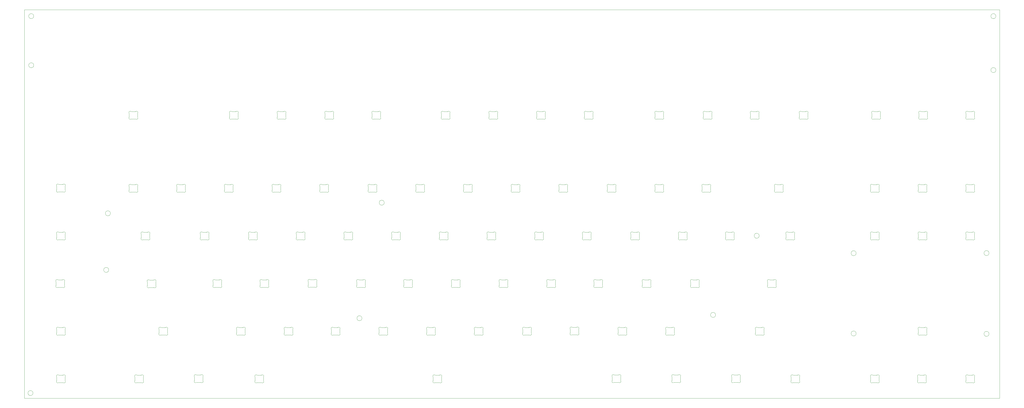
<source format=gm1>
G04 #@! TF.GenerationSoftware,KiCad,Pcbnew,5.1.5+dfsg1-2build2*
G04 #@! TF.CreationDate,2020-08-17T22:58:45+02:00*
G04 #@! TF.ProjectId,PENIS,50454e49-532e-46b6-9963-61645f706362,rev?*
G04 #@! TF.SameCoordinates,Original*
G04 #@! TF.FileFunction,Profile,NP*
%FSLAX46Y46*%
G04 Gerber Fmt 4.6, Leading zero omitted, Abs format (unit mm)*
G04 Created by KiCad (PCBNEW 5.1.5+dfsg1-2build2) date 2020-08-17 22:58:45*
%MOMM*%
%LPD*%
G04 APERTURE LIST*
%ADD10C,0.050000*%
%ADD11C,0.100000*%
G04 APERTURE END LIST*
D10*
X375150000Y-250475000D02*
G75*
G03X375150000Y-250475000I-1000000J0D01*
G01*
X392575000Y-218825000D02*
G75*
G03X392575000Y-218825000I-1000000J0D01*
G01*
X233900000Y-251800000D02*
G75*
G03X233900000Y-251800000I-1000000J0D01*
G01*
X242800000Y-205600000D02*
G75*
G03X242800000Y-205600000I-1000000J0D01*
G01*
X133425000Y-209850000D02*
G75*
G03X133425000Y-209850000I-1000000J0D01*
G01*
X132750000Y-232475000D02*
G75*
G03X132750000Y-232475000I-1000000J0D01*
G01*
X102500000Y-281725000D02*
G75*
G03X102500000Y-281725000I-1000000J0D01*
G01*
X484375000Y-258050000D02*
G75*
G03X484375000Y-258050000I-1000000J0D01*
G01*
X431300000Y-225800000D02*
G75*
G03X431300000Y-225800000I-1000000J0D01*
G01*
X431300000Y-257900000D02*
G75*
G03X431300000Y-257900000I-1000000J0D01*
G01*
X484375000Y-225750000D02*
G75*
G03X484375000Y-225750000I-1000000J0D01*
G01*
X487125000Y-131000000D02*
G75*
G03X487125000Y-131000000I-1000000J0D01*
G01*
X487125000Y-152575000D02*
G75*
G03X487125000Y-152575000I-1000000J0D01*
G01*
X102800000Y-131000000D02*
G75*
G03X102800000Y-131000000I-1000000J0D01*
G01*
X102800000Y-150650000D02*
G75*
G03X102800000Y-150650000I-1000000J0D01*
G01*
X488590000Y-283790000D02*
X488590000Y-128470000D01*
X488590000Y-128470000D02*
X99090000Y-128470000D01*
X99090000Y-283790000D02*
X488590000Y-283790000D01*
X99090000Y-280540000D02*
X99090000Y-283790000D01*
X99090000Y-280540000D02*
X99090000Y-278540000D01*
X99090000Y-128470000D02*
X99090000Y-278540000D01*
D11*
X477906710Y-217325701D02*
G75*
G02X477654452Y-217394000I-252258J431701D01*
G01*
X476065548Y-217394000D02*
X477654452Y-217394000D01*
X476065548Y-217394000D02*
G75*
G02X475813289Y-217325701I0J500000D01*
G01*
X475110516Y-217974281D02*
G75*
G02X475813289Y-217325701I450515J216879D01*
G01*
X475110516Y-217974280D02*
G75*
G02X475160001Y-218191158I-450515J-216878D01*
G01*
X475160001Y-219596842D02*
X475160001Y-218191158D01*
X475160001Y-219596843D02*
G75*
G02X475110516Y-219813720I-500000J1D01*
G01*
X475813289Y-220462297D02*
G75*
G02X475110516Y-219813720I-252258J431700D01*
G01*
X475813289Y-220462298D02*
G75*
G02X476065547Y-220393999I252258J-431701D01*
G01*
X477654452Y-220393999D02*
X476065547Y-220393999D01*
X477654453Y-220394000D02*
G75*
G02X477906711Y-220462299I-1J-499999D01*
G01*
X478609484Y-219813720D02*
G75*
G02X477906711Y-220462299I-450515J-216878D01*
G01*
X478609484Y-219813720D02*
G75*
G02X478559999Y-219596842I450515J216878D01*
G01*
X478559999Y-218191158D02*
X478559999Y-219596842D01*
X478559999Y-218191157D02*
G75*
G02X478609484Y-217974280I500000J-1D01*
G01*
X477906711Y-217325703D02*
G75*
G02X478609484Y-217974280I252258J-431700D01*
G01*
X477906710Y-198275701D02*
G75*
G02X477654452Y-198344000I-252258J431701D01*
G01*
X476065548Y-198344000D02*
X477654452Y-198344000D01*
X476065548Y-198344000D02*
G75*
G02X475813289Y-198275701I0J500000D01*
G01*
X475110516Y-198924281D02*
G75*
G02X475813289Y-198275701I450515J216879D01*
G01*
X475110516Y-198924280D02*
G75*
G02X475160001Y-199141158I-450515J-216878D01*
G01*
X475160001Y-200546842D02*
X475160001Y-199141158D01*
X475160001Y-200546843D02*
G75*
G02X475110516Y-200763720I-500000J1D01*
G01*
X475813289Y-201412297D02*
G75*
G02X475110516Y-200763720I-252258J431700D01*
G01*
X475813289Y-201412298D02*
G75*
G02X476065547Y-201343999I252258J-431701D01*
G01*
X477654452Y-201343999D02*
X476065547Y-201343999D01*
X477654453Y-201344000D02*
G75*
G02X477906711Y-201412299I-1J-499999D01*
G01*
X478609484Y-200763720D02*
G75*
G02X477906711Y-201412299I-450515J-216878D01*
G01*
X478609484Y-200763720D02*
G75*
G02X478559999Y-200546842I450515J216878D01*
G01*
X478559999Y-199141158D02*
X478559999Y-200546842D01*
X478559999Y-199141157D02*
G75*
G02X478609484Y-198924280I500000J-1D01*
G01*
X477906711Y-198275703D02*
G75*
G02X478609484Y-198924280I252258J-431700D01*
G01*
X458856710Y-198275701D02*
G75*
G02X458604452Y-198344000I-252258J431701D01*
G01*
X457015548Y-198344000D02*
X458604452Y-198344000D01*
X457015548Y-198344000D02*
G75*
G02X456763289Y-198275701I0J500000D01*
G01*
X456060516Y-198924281D02*
G75*
G02X456763289Y-198275701I450515J216879D01*
G01*
X456060516Y-198924280D02*
G75*
G02X456110001Y-199141158I-450515J-216878D01*
G01*
X456110001Y-200546842D02*
X456110001Y-199141158D01*
X456110001Y-200546843D02*
G75*
G02X456060516Y-200763720I-500000J1D01*
G01*
X456763289Y-201412297D02*
G75*
G02X456060516Y-200763720I-252258J431700D01*
G01*
X456763289Y-201412298D02*
G75*
G02X457015547Y-201343999I252258J-431701D01*
G01*
X458604452Y-201343999D02*
X457015547Y-201343999D01*
X458604453Y-201344000D02*
G75*
G02X458856711Y-201412299I-1J-499999D01*
G01*
X459559484Y-200763720D02*
G75*
G02X458856711Y-201412299I-450515J-216878D01*
G01*
X459559484Y-200763720D02*
G75*
G02X459509999Y-200546842I450515J216878D01*
G01*
X459509999Y-199141158D02*
X459509999Y-200546842D01*
X459509999Y-199141157D02*
G75*
G02X459559484Y-198924280I500000J-1D01*
G01*
X458856711Y-198275703D02*
G75*
G02X459559484Y-198924280I252258J-431700D01*
G01*
X458856710Y-217325701D02*
G75*
G02X458604452Y-217394000I-252258J431701D01*
G01*
X457015548Y-217394000D02*
X458604452Y-217394000D01*
X457015548Y-217394000D02*
G75*
G02X456763289Y-217325701I0J500000D01*
G01*
X456060516Y-217974281D02*
G75*
G02X456763289Y-217325701I450515J216879D01*
G01*
X456060516Y-217974280D02*
G75*
G02X456110001Y-218191158I-450515J-216878D01*
G01*
X456110001Y-219596842D02*
X456110001Y-218191158D01*
X456110001Y-219596843D02*
G75*
G02X456060516Y-219813720I-500000J1D01*
G01*
X456763289Y-220462297D02*
G75*
G02X456060516Y-219813720I-252258J431700D01*
G01*
X456763289Y-220462298D02*
G75*
G02X457015547Y-220393999I252258J-431701D01*
G01*
X458604452Y-220393999D02*
X457015547Y-220393999D01*
X458604453Y-220394000D02*
G75*
G02X458856711Y-220462299I-1J-499999D01*
G01*
X459559484Y-219813720D02*
G75*
G02X458856711Y-220462299I-450515J-216878D01*
G01*
X459559484Y-219813720D02*
G75*
G02X459509999Y-219596842I450515J216878D01*
G01*
X459509999Y-218191158D02*
X459509999Y-219596842D01*
X459509999Y-218191157D02*
G75*
G02X459559484Y-217974280I500000J-1D01*
G01*
X458856711Y-217325703D02*
G75*
G02X459559484Y-217974280I252258J-431700D01*
G01*
X439806710Y-198275701D02*
G75*
G02X439554452Y-198344000I-252258J431701D01*
G01*
X437965548Y-198344000D02*
X439554452Y-198344000D01*
X437965548Y-198344000D02*
G75*
G02X437713289Y-198275701I0J500000D01*
G01*
X437010516Y-198924281D02*
G75*
G02X437713289Y-198275701I450515J216879D01*
G01*
X437010516Y-198924280D02*
G75*
G02X437060001Y-199141158I-450515J-216878D01*
G01*
X437060001Y-200546842D02*
X437060001Y-199141158D01*
X437060001Y-200546843D02*
G75*
G02X437010516Y-200763720I-500000J1D01*
G01*
X437713289Y-201412297D02*
G75*
G02X437010516Y-200763720I-252258J431700D01*
G01*
X437713289Y-201412298D02*
G75*
G02X437965547Y-201343999I252258J-431701D01*
G01*
X439554452Y-201343999D02*
X437965547Y-201343999D01*
X439554453Y-201344000D02*
G75*
G02X439806711Y-201412299I-1J-499999D01*
G01*
X440509484Y-200763720D02*
G75*
G02X439806711Y-201412299I-450515J-216878D01*
G01*
X440509484Y-200763720D02*
G75*
G02X440459999Y-200546842I450515J216878D01*
G01*
X440459999Y-199141158D02*
X440459999Y-200546842D01*
X440459999Y-199141157D02*
G75*
G02X440509484Y-198924280I500000J-1D01*
G01*
X439806711Y-198275703D02*
G75*
G02X440509484Y-198924280I252258J-431700D01*
G01*
X439806710Y-217325701D02*
G75*
G02X439554452Y-217394000I-252258J431701D01*
G01*
X437965548Y-217394000D02*
X439554452Y-217394000D01*
X437965548Y-217394000D02*
G75*
G02X437713289Y-217325701I0J500000D01*
G01*
X437010516Y-217974281D02*
G75*
G02X437713289Y-217325701I450515J216879D01*
G01*
X437010516Y-217974280D02*
G75*
G02X437060001Y-218191158I-450515J-216878D01*
G01*
X437060001Y-219596842D02*
X437060001Y-218191158D01*
X437060001Y-219596843D02*
G75*
G02X437010516Y-219813720I-500000J1D01*
G01*
X437713289Y-220462297D02*
G75*
G02X437010516Y-219813720I-252258J431700D01*
G01*
X437713289Y-220462298D02*
G75*
G02X437965547Y-220393999I252258J-431701D01*
G01*
X439554452Y-220393999D02*
X437965547Y-220393999D01*
X439554453Y-220394000D02*
G75*
G02X439806711Y-220462299I-1J-499999D01*
G01*
X440509484Y-219813720D02*
G75*
G02X439806711Y-220462299I-450515J-216878D01*
G01*
X440509484Y-219813720D02*
G75*
G02X440459999Y-219596842I450515J216878D01*
G01*
X440459999Y-218191158D02*
X440459999Y-219596842D01*
X440459999Y-218191157D02*
G75*
G02X440509484Y-217974280I500000J-1D01*
G01*
X439806711Y-217325703D02*
G75*
G02X440509484Y-217974280I252258J-431700D01*
G01*
X477906710Y-169065701D02*
G75*
G02X477654452Y-169134000I-252258J431701D01*
G01*
X476065548Y-169134000D02*
X477654452Y-169134000D01*
X476065548Y-169134000D02*
G75*
G02X475813289Y-169065701I0J500000D01*
G01*
X475110516Y-169714281D02*
G75*
G02X475813289Y-169065701I450515J216879D01*
G01*
X475110516Y-169714280D02*
G75*
G02X475160001Y-169931158I-450515J-216878D01*
G01*
X475160001Y-171336842D02*
X475160001Y-169931158D01*
X475160001Y-171336843D02*
G75*
G02X475110516Y-171553720I-500000J1D01*
G01*
X475813289Y-172202297D02*
G75*
G02X475110516Y-171553720I-252258J431700D01*
G01*
X475813289Y-172202298D02*
G75*
G02X476065547Y-172133999I252258J-431701D01*
G01*
X477654452Y-172133999D02*
X476065547Y-172133999D01*
X477654453Y-172134000D02*
G75*
G02X477906711Y-172202299I-1J-499999D01*
G01*
X478609484Y-171553720D02*
G75*
G02X477906711Y-172202299I-450515J-216878D01*
G01*
X478609484Y-171553720D02*
G75*
G02X478559999Y-171336842I450515J216878D01*
G01*
X478559999Y-169931158D02*
X478559999Y-171336842D01*
X478559999Y-169931157D02*
G75*
G02X478609484Y-169714280I500000J-1D01*
G01*
X477906711Y-169065703D02*
G75*
G02X478609484Y-169714280I252258J-431700D01*
G01*
X401452710Y-198275701D02*
G75*
G02X401200452Y-198344000I-252258J431701D01*
G01*
X399611548Y-198344000D02*
X401200452Y-198344000D01*
X399611548Y-198344000D02*
G75*
G02X399359289Y-198275701I0J500000D01*
G01*
X398656516Y-198924281D02*
G75*
G02X399359289Y-198275701I450515J216879D01*
G01*
X398656516Y-198924280D02*
G75*
G02X398706001Y-199141158I-450515J-216878D01*
G01*
X398706001Y-200546842D02*
X398706001Y-199141158D01*
X398706001Y-200546843D02*
G75*
G02X398656516Y-200763720I-500000J1D01*
G01*
X399359289Y-201412297D02*
G75*
G02X398656516Y-200763720I-252258J431700D01*
G01*
X399359289Y-201412298D02*
G75*
G02X399611547Y-201343999I252258J-431701D01*
G01*
X401200452Y-201343999D02*
X399611547Y-201343999D01*
X401200453Y-201344000D02*
G75*
G02X401452711Y-201412299I-1J-499999D01*
G01*
X402155484Y-200763720D02*
G75*
G02X401452711Y-201412299I-450515J-216878D01*
G01*
X402155484Y-200763720D02*
G75*
G02X402105999Y-200546842I450515J216878D01*
G01*
X402105999Y-199141158D02*
X402105999Y-200546842D01*
X402105999Y-199141157D02*
G75*
G02X402155484Y-198924280I500000J-1D01*
G01*
X401452711Y-198275703D02*
G75*
G02X402155484Y-198924280I252258J-431700D01*
G01*
X406024710Y-217325701D02*
G75*
G02X405772452Y-217394000I-252258J431701D01*
G01*
X404183548Y-217394000D02*
X405772452Y-217394000D01*
X404183548Y-217394000D02*
G75*
G02X403931289Y-217325701I0J500000D01*
G01*
X403228516Y-217974281D02*
G75*
G02X403931289Y-217325701I450515J216879D01*
G01*
X403228516Y-217974280D02*
G75*
G02X403278001Y-218191158I-450515J-216878D01*
G01*
X403278001Y-219596842D02*
X403278001Y-218191158D01*
X403278001Y-219596843D02*
G75*
G02X403228516Y-219813720I-500000J1D01*
G01*
X403931289Y-220462297D02*
G75*
G02X403228516Y-219813720I-252258J431700D01*
G01*
X403931289Y-220462298D02*
G75*
G02X404183547Y-220393999I252258J-431701D01*
G01*
X405772452Y-220393999D02*
X404183547Y-220393999D01*
X405772453Y-220394000D02*
G75*
G02X406024711Y-220462299I-1J-499999D01*
G01*
X406727484Y-219813720D02*
G75*
G02X406024711Y-220462299I-450515J-216878D01*
G01*
X406727484Y-219813720D02*
G75*
G02X406677999Y-219596842I450515J216878D01*
G01*
X406677999Y-218191158D02*
X406677999Y-219596842D01*
X406677999Y-218191157D02*
G75*
G02X406727484Y-217974280I500000J-1D01*
G01*
X406024711Y-217325703D02*
G75*
G02X406727484Y-217974280I252258J-431700D01*
G01*
X459110710Y-169065701D02*
G75*
G02X458858452Y-169134000I-252258J431701D01*
G01*
X457269548Y-169134000D02*
X458858452Y-169134000D01*
X457269548Y-169134000D02*
G75*
G02X457017289Y-169065701I0J500000D01*
G01*
X456314516Y-169714281D02*
G75*
G02X457017289Y-169065701I450515J216879D01*
G01*
X456314516Y-169714280D02*
G75*
G02X456364001Y-169931158I-450515J-216878D01*
G01*
X456364001Y-171336842D02*
X456364001Y-169931158D01*
X456364001Y-171336843D02*
G75*
G02X456314516Y-171553720I-500000J1D01*
G01*
X457017289Y-172202297D02*
G75*
G02X456314516Y-171553720I-252258J431700D01*
G01*
X457017289Y-172202298D02*
G75*
G02X457269547Y-172133999I252258J-431701D01*
G01*
X458858452Y-172133999D02*
X457269547Y-172133999D01*
X458858453Y-172134000D02*
G75*
G02X459110711Y-172202299I-1J-499999D01*
G01*
X459813484Y-171553720D02*
G75*
G02X459110711Y-172202299I-450515J-216878D01*
G01*
X459813484Y-171553720D02*
G75*
G02X459763999Y-171336842I450515J216878D01*
G01*
X459763999Y-169931158D02*
X459763999Y-171336842D01*
X459763999Y-169931157D02*
G75*
G02X459813484Y-169714280I500000J-1D01*
G01*
X459110711Y-169065703D02*
G75*
G02X459813484Y-169714280I252258J-431700D01*
G01*
X372496710Y-198275701D02*
G75*
G02X372244452Y-198344000I-252258J431701D01*
G01*
X370655548Y-198344000D02*
X372244452Y-198344000D01*
X370655548Y-198344000D02*
G75*
G02X370403289Y-198275701I0J500000D01*
G01*
X369700516Y-198924281D02*
G75*
G02X370403289Y-198275701I450515J216879D01*
G01*
X369700516Y-198924280D02*
G75*
G02X369750001Y-199141158I-450515J-216878D01*
G01*
X369750001Y-200546842D02*
X369750001Y-199141158D01*
X369750001Y-200546843D02*
G75*
G02X369700516Y-200763720I-500000J1D01*
G01*
X370403289Y-201412297D02*
G75*
G02X369700516Y-200763720I-252258J431700D01*
G01*
X370403289Y-201412298D02*
G75*
G02X370655547Y-201343999I252258J-431701D01*
G01*
X372244452Y-201343999D02*
X370655547Y-201343999D01*
X372244453Y-201344000D02*
G75*
G02X372496711Y-201412299I-1J-499999D01*
G01*
X373199484Y-200763720D02*
G75*
G02X372496711Y-201412299I-450515J-216878D01*
G01*
X373199484Y-200763720D02*
G75*
G02X373149999Y-200546842I450515J216878D01*
G01*
X373149999Y-199141158D02*
X373149999Y-200546842D01*
X373149999Y-199141157D02*
G75*
G02X373199484Y-198924280I500000J-1D01*
G01*
X372496711Y-198275703D02*
G75*
G02X373199484Y-198924280I252258J-431700D01*
G01*
X381894710Y-217325701D02*
G75*
G02X381642452Y-217394000I-252258J431701D01*
G01*
X380053548Y-217394000D02*
X381642452Y-217394000D01*
X380053548Y-217394000D02*
G75*
G02X379801289Y-217325701I0J500000D01*
G01*
X379098516Y-217974281D02*
G75*
G02X379801289Y-217325701I450515J216879D01*
G01*
X379098516Y-217974280D02*
G75*
G02X379148001Y-218191158I-450515J-216878D01*
G01*
X379148001Y-219596842D02*
X379148001Y-218191158D01*
X379148001Y-219596843D02*
G75*
G02X379098516Y-219813720I-500000J1D01*
G01*
X379801289Y-220462297D02*
G75*
G02X379098516Y-219813720I-252258J431700D01*
G01*
X379801289Y-220462298D02*
G75*
G02X380053547Y-220393999I252258J-431701D01*
G01*
X381642452Y-220393999D02*
X380053547Y-220393999D01*
X381642453Y-220394000D02*
G75*
G02X381894711Y-220462299I-1J-499999D01*
G01*
X382597484Y-219813720D02*
G75*
G02X381894711Y-220462299I-450515J-216878D01*
G01*
X382597484Y-219813720D02*
G75*
G02X382547999Y-219596842I450515J216878D01*
G01*
X382547999Y-218191158D02*
X382547999Y-219596842D01*
X382547999Y-218191157D02*
G75*
G02X382597484Y-217974280I500000J-1D01*
G01*
X381894711Y-217325703D02*
G75*
G02X382597484Y-217974280I252258J-431700D01*
G01*
X440314710Y-169065701D02*
G75*
G02X440062452Y-169134000I-252258J431701D01*
G01*
X438473548Y-169134000D02*
X440062452Y-169134000D01*
X438473548Y-169134000D02*
G75*
G02X438221289Y-169065701I0J500000D01*
G01*
X437518516Y-169714281D02*
G75*
G02X438221289Y-169065701I450515J216879D01*
G01*
X437518516Y-169714280D02*
G75*
G02X437568001Y-169931158I-450515J-216878D01*
G01*
X437568001Y-171336842D02*
X437568001Y-169931158D01*
X437568001Y-171336843D02*
G75*
G02X437518516Y-171553720I-500000J1D01*
G01*
X438221289Y-172202297D02*
G75*
G02X437518516Y-171553720I-252258J431700D01*
G01*
X438221289Y-172202298D02*
G75*
G02X438473547Y-172133999I252258J-431701D01*
G01*
X440062452Y-172133999D02*
X438473547Y-172133999D01*
X440062453Y-172134000D02*
G75*
G02X440314711Y-172202299I-1J-499999D01*
G01*
X441017484Y-171553720D02*
G75*
G02X440314711Y-172202299I-450515J-216878D01*
G01*
X441017484Y-171553720D02*
G75*
G02X440967999Y-171336842I450515J216878D01*
G01*
X440967999Y-169931158D02*
X440967999Y-171336842D01*
X440967999Y-169931157D02*
G75*
G02X441017484Y-169714280I500000J-1D01*
G01*
X440314711Y-169065703D02*
G75*
G02X441017484Y-169714280I252258J-431700D01*
G01*
X458856710Y-255425701D02*
G75*
G02X458604452Y-255494000I-252258J431701D01*
G01*
X457015548Y-255494000D02*
X458604452Y-255494000D01*
X457015548Y-255494000D02*
G75*
G02X456763289Y-255425701I0J500000D01*
G01*
X456060516Y-256074281D02*
G75*
G02X456763289Y-255425701I450515J216879D01*
G01*
X456060516Y-256074280D02*
G75*
G02X456110001Y-256291158I-450515J-216878D01*
G01*
X456110001Y-257696842D02*
X456110001Y-256291158D01*
X456110001Y-257696843D02*
G75*
G02X456060516Y-257913720I-500000J1D01*
G01*
X456763289Y-258562297D02*
G75*
G02X456060516Y-257913720I-252258J431700D01*
G01*
X456763289Y-258562298D02*
G75*
G02X457015547Y-258493999I252258J-431701D01*
G01*
X458604452Y-258493999D02*
X457015547Y-258493999D01*
X458604453Y-258494000D02*
G75*
G02X458856711Y-258562299I-1J-499999D01*
G01*
X459559484Y-257913720D02*
G75*
G02X458856711Y-258562299I-450515J-216878D01*
G01*
X459559484Y-257913720D02*
G75*
G02X459509999Y-257696842I450515J216878D01*
G01*
X459509999Y-256291158D02*
X459509999Y-257696842D01*
X459509999Y-256291157D02*
G75*
G02X459559484Y-256074280I500000J-1D01*
G01*
X458856711Y-255425703D02*
G75*
G02X459559484Y-256074280I252258J-431700D01*
G01*
X398658710Y-236375701D02*
G75*
G02X398406452Y-236444000I-252258J431701D01*
G01*
X396817548Y-236444000D02*
X398406452Y-236444000D01*
X396817548Y-236444000D02*
G75*
G02X396565289Y-236375701I0J500000D01*
G01*
X395862516Y-237024281D02*
G75*
G02X396565289Y-236375701I450515J216879D01*
G01*
X395862516Y-237024280D02*
G75*
G02X395912001Y-237241158I-450515J-216878D01*
G01*
X395912001Y-238646842D02*
X395912001Y-237241158D01*
X395912001Y-238646843D02*
G75*
G02X395862516Y-238863720I-500000J1D01*
G01*
X396565289Y-239512297D02*
G75*
G02X395862516Y-238863720I-252258J431700D01*
G01*
X396565289Y-239512298D02*
G75*
G02X396817547Y-239443999I252258J-431701D01*
G01*
X398406452Y-239443999D02*
X396817547Y-239443999D01*
X398406453Y-239444000D02*
G75*
G02X398658711Y-239512299I-1J-499999D01*
G01*
X399361484Y-238863720D02*
G75*
G02X398658711Y-239512299I-450515J-216878D01*
G01*
X399361484Y-238863720D02*
G75*
G02X399311999Y-238646842I450515J216878D01*
G01*
X399311999Y-237241158D02*
X399311999Y-238646842D01*
X399311999Y-237241157D02*
G75*
G02X399361484Y-237024280I500000J-1D01*
G01*
X398658711Y-236375703D02*
G75*
G02X399361484Y-237024280I252258J-431700D01*
G01*
X353700710Y-198275701D02*
G75*
G02X353448452Y-198344000I-252258J431701D01*
G01*
X351859548Y-198344000D02*
X353448452Y-198344000D01*
X351859548Y-198344000D02*
G75*
G02X351607289Y-198275701I0J500000D01*
G01*
X350904516Y-198924281D02*
G75*
G02X351607289Y-198275701I450515J216879D01*
G01*
X350904516Y-198924280D02*
G75*
G02X350954001Y-199141158I-450515J-216878D01*
G01*
X350954001Y-200546842D02*
X350954001Y-199141158D01*
X350954001Y-200546843D02*
G75*
G02X350904516Y-200763720I-500000J1D01*
G01*
X351607289Y-201412297D02*
G75*
G02X350904516Y-200763720I-252258J431700D01*
G01*
X351607289Y-201412298D02*
G75*
G02X351859547Y-201343999I252258J-431701D01*
G01*
X353448452Y-201343999D02*
X351859547Y-201343999D01*
X353448453Y-201344000D02*
G75*
G02X353700711Y-201412299I-1J-499999D01*
G01*
X354403484Y-200763720D02*
G75*
G02X353700711Y-201412299I-450515J-216878D01*
G01*
X354403484Y-200763720D02*
G75*
G02X354353999Y-200546842I450515J216878D01*
G01*
X354353999Y-199141158D02*
X354353999Y-200546842D01*
X354353999Y-199141157D02*
G75*
G02X354403484Y-198924280I500000J-1D01*
G01*
X353700711Y-198275703D02*
G75*
G02X354403484Y-198924280I252258J-431700D01*
G01*
X363098710Y-217325701D02*
G75*
G02X362846452Y-217394000I-252258J431701D01*
G01*
X361257548Y-217394000D02*
X362846452Y-217394000D01*
X361257548Y-217394000D02*
G75*
G02X361005289Y-217325701I0J500000D01*
G01*
X360302516Y-217974281D02*
G75*
G02X361005289Y-217325701I450515J216879D01*
G01*
X360302516Y-217974280D02*
G75*
G02X360352001Y-218191158I-450515J-216878D01*
G01*
X360352001Y-219596842D02*
X360352001Y-218191158D01*
X360352001Y-219596843D02*
G75*
G02X360302516Y-219813720I-500000J1D01*
G01*
X361005289Y-220462297D02*
G75*
G02X360302516Y-219813720I-252258J431700D01*
G01*
X361005289Y-220462298D02*
G75*
G02X361257547Y-220393999I252258J-431701D01*
G01*
X362846452Y-220393999D02*
X361257547Y-220393999D01*
X362846453Y-220394000D02*
G75*
G02X363098711Y-220462299I-1J-499999D01*
G01*
X363801484Y-219813720D02*
G75*
G02X363098711Y-220462299I-450515J-216878D01*
G01*
X363801484Y-219813720D02*
G75*
G02X363751999Y-219596842I450515J216878D01*
G01*
X363751999Y-218191158D02*
X363751999Y-219596842D01*
X363751999Y-218191157D02*
G75*
G02X363801484Y-217974280I500000J-1D01*
G01*
X363098711Y-217325703D02*
G75*
G02X363801484Y-217974280I252258J-431700D01*
G01*
X411358710Y-169065701D02*
G75*
G02X411106452Y-169134000I-252258J431701D01*
G01*
X409517548Y-169134000D02*
X411106452Y-169134000D01*
X409517548Y-169134000D02*
G75*
G02X409265289Y-169065701I0J500000D01*
G01*
X408562516Y-169714281D02*
G75*
G02X409265289Y-169065701I450515J216879D01*
G01*
X408562516Y-169714280D02*
G75*
G02X408612001Y-169931158I-450515J-216878D01*
G01*
X408612001Y-171336842D02*
X408612001Y-169931158D01*
X408612001Y-171336843D02*
G75*
G02X408562516Y-171553720I-500000J1D01*
G01*
X409265289Y-172202297D02*
G75*
G02X408562516Y-171553720I-252258J431700D01*
G01*
X409265289Y-172202298D02*
G75*
G02X409517547Y-172133999I252258J-431701D01*
G01*
X411106452Y-172133999D02*
X409517547Y-172133999D01*
X411106453Y-172134000D02*
G75*
G02X411358711Y-172202299I-1J-499999D01*
G01*
X412061484Y-171553720D02*
G75*
G02X411358711Y-172202299I-450515J-216878D01*
G01*
X412061484Y-171553720D02*
G75*
G02X412011999Y-171336842I450515J216878D01*
G01*
X412011999Y-169931158D02*
X412011999Y-171336842D01*
X412011999Y-169931157D02*
G75*
G02X412061484Y-169714280I500000J-1D01*
G01*
X411358711Y-169065703D02*
G75*
G02X412061484Y-169714280I252258J-431700D01*
G01*
X477906710Y-274475701D02*
G75*
G02X477654452Y-274544000I-252258J431701D01*
G01*
X476065548Y-274544000D02*
X477654452Y-274544000D01*
X476065548Y-274544000D02*
G75*
G02X475813289Y-274475701I0J500000D01*
G01*
X475110516Y-275124281D02*
G75*
G02X475813289Y-274475701I450515J216879D01*
G01*
X475110516Y-275124280D02*
G75*
G02X475160001Y-275341158I-450515J-216878D01*
G01*
X475160001Y-276746842D02*
X475160001Y-275341158D01*
X475160001Y-276746843D02*
G75*
G02X475110516Y-276963720I-500000J1D01*
G01*
X475813289Y-277612297D02*
G75*
G02X475110516Y-276963720I-252258J431700D01*
G01*
X475813289Y-277612298D02*
G75*
G02X476065547Y-277543999I252258J-431701D01*
G01*
X477654452Y-277543999D02*
X476065547Y-277543999D01*
X477654453Y-277544000D02*
G75*
G02X477906711Y-277612299I-1J-499999D01*
G01*
X478609484Y-276963720D02*
G75*
G02X477906711Y-277612299I-450515J-216878D01*
G01*
X478609484Y-276963720D02*
G75*
G02X478559999Y-276746842I450515J216878D01*
G01*
X478559999Y-275341158D02*
X478559999Y-276746842D01*
X478559999Y-275341157D02*
G75*
G02X478609484Y-275124280I500000J-1D01*
G01*
X477906711Y-274475703D02*
G75*
G02X478609484Y-275124280I252258J-431700D01*
G01*
X393832710Y-255425701D02*
G75*
G02X393580452Y-255494000I-252258J431701D01*
G01*
X391991548Y-255494000D02*
X393580452Y-255494000D01*
X391991548Y-255494000D02*
G75*
G02X391739289Y-255425701I0J500000D01*
G01*
X391036516Y-256074281D02*
G75*
G02X391739289Y-255425701I450515J216879D01*
G01*
X391036516Y-256074280D02*
G75*
G02X391086001Y-256291158I-450515J-216878D01*
G01*
X391086001Y-257696842D02*
X391086001Y-256291158D01*
X391086001Y-257696843D02*
G75*
G02X391036516Y-257913720I-500000J1D01*
G01*
X391739289Y-258562297D02*
G75*
G02X391036516Y-257913720I-252258J431700D01*
G01*
X391739289Y-258562298D02*
G75*
G02X391991547Y-258493999I252258J-431701D01*
G01*
X393580452Y-258493999D02*
X391991547Y-258493999D01*
X393580453Y-258494000D02*
G75*
G02X393832711Y-258562299I-1J-499999D01*
G01*
X394535484Y-257913720D02*
G75*
G02X393832711Y-258562299I-450515J-216878D01*
G01*
X394535484Y-257913720D02*
G75*
G02X394485999Y-257696842I450515J216878D01*
G01*
X394485999Y-256291158D02*
X394485999Y-257696842D01*
X394485999Y-256291157D02*
G75*
G02X394535484Y-256074280I500000J-1D01*
G01*
X393832711Y-255425703D02*
G75*
G02X394535484Y-256074280I252258J-431700D01*
G01*
X367924710Y-236375701D02*
G75*
G02X367672452Y-236444000I-252258J431701D01*
G01*
X366083548Y-236444000D02*
X367672452Y-236444000D01*
X366083548Y-236444000D02*
G75*
G02X365831289Y-236375701I0J500000D01*
G01*
X365128516Y-237024281D02*
G75*
G02X365831289Y-236375701I450515J216879D01*
G01*
X365128516Y-237024280D02*
G75*
G02X365178001Y-237241158I-450515J-216878D01*
G01*
X365178001Y-238646842D02*
X365178001Y-237241158D01*
X365178001Y-238646843D02*
G75*
G02X365128516Y-238863720I-500000J1D01*
G01*
X365831289Y-239512297D02*
G75*
G02X365128516Y-238863720I-252258J431700D01*
G01*
X365831289Y-239512298D02*
G75*
G02X366083547Y-239443999I252258J-431701D01*
G01*
X367672452Y-239443999D02*
X366083547Y-239443999D01*
X367672453Y-239444000D02*
G75*
G02X367924711Y-239512299I-1J-499999D01*
G01*
X368627484Y-238863720D02*
G75*
G02X367924711Y-239512299I-450515J-216878D01*
G01*
X368627484Y-238863720D02*
G75*
G02X368577999Y-238646842I450515J216878D01*
G01*
X368577999Y-237241158D02*
X368577999Y-238646842D01*
X368577999Y-237241157D02*
G75*
G02X368627484Y-237024280I500000J-1D01*
G01*
X367924711Y-236375703D02*
G75*
G02X368627484Y-237024280I252258J-431700D01*
G01*
X334650710Y-198275701D02*
G75*
G02X334398452Y-198344000I-252258J431701D01*
G01*
X332809548Y-198344000D02*
X334398452Y-198344000D01*
X332809548Y-198344000D02*
G75*
G02X332557289Y-198275701I0J500000D01*
G01*
X331854516Y-198924281D02*
G75*
G02X332557289Y-198275701I450515J216879D01*
G01*
X331854516Y-198924280D02*
G75*
G02X331904001Y-199141158I-450515J-216878D01*
G01*
X331904001Y-200546842D02*
X331904001Y-199141158D01*
X331904001Y-200546843D02*
G75*
G02X331854516Y-200763720I-500000J1D01*
G01*
X332557289Y-201412297D02*
G75*
G02X331854516Y-200763720I-252258J431700D01*
G01*
X332557289Y-201412298D02*
G75*
G02X332809547Y-201343999I252258J-431701D01*
G01*
X334398452Y-201343999D02*
X332809547Y-201343999D01*
X334398453Y-201344000D02*
G75*
G02X334650711Y-201412299I-1J-499999D01*
G01*
X335353484Y-200763720D02*
G75*
G02X334650711Y-201412299I-450515J-216878D01*
G01*
X335353484Y-200763720D02*
G75*
G02X335303999Y-200546842I450515J216878D01*
G01*
X335303999Y-199141158D02*
X335303999Y-200546842D01*
X335303999Y-199141157D02*
G75*
G02X335353484Y-198924280I500000J-1D01*
G01*
X334650711Y-198275703D02*
G75*
G02X335353484Y-198924280I252258J-431700D01*
G01*
X358018710Y-255425701D02*
G75*
G02X357766452Y-255494000I-252258J431701D01*
G01*
X356177548Y-255494000D02*
X357766452Y-255494000D01*
X356177548Y-255494000D02*
G75*
G02X355925289Y-255425701I0J500000D01*
G01*
X355222516Y-256074281D02*
G75*
G02X355925289Y-255425701I450515J216879D01*
G01*
X355222516Y-256074280D02*
G75*
G02X355272001Y-256291158I-450515J-216878D01*
G01*
X355272001Y-257696842D02*
X355272001Y-256291158D01*
X355272001Y-257696843D02*
G75*
G02X355222516Y-257913720I-500000J1D01*
G01*
X355925289Y-258562297D02*
G75*
G02X355222516Y-257913720I-252258J431700D01*
G01*
X355925289Y-258562298D02*
G75*
G02X356177547Y-258493999I252258J-431701D01*
G01*
X357766452Y-258493999D02*
X356177547Y-258493999D01*
X357766453Y-258494000D02*
G75*
G02X358018711Y-258562299I-1J-499999D01*
G01*
X358721484Y-257913720D02*
G75*
G02X358018711Y-258562299I-450515J-216878D01*
G01*
X358721484Y-257913720D02*
G75*
G02X358671999Y-257696842I450515J216878D01*
G01*
X358671999Y-256291158D02*
X358671999Y-257696842D01*
X358671999Y-256291157D02*
G75*
G02X358721484Y-256074280I500000J-1D01*
G01*
X358018711Y-255425703D02*
G75*
G02X358721484Y-256074280I252258J-431700D01*
G01*
X348620710Y-236375701D02*
G75*
G02X348368452Y-236444000I-252258J431701D01*
G01*
X346779548Y-236444000D02*
X348368452Y-236444000D01*
X346779548Y-236444000D02*
G75*
G02X346527289Y-236375701I0J500000D01*
G01*
X345824516Y-237024281D02*
G75*
G02X346527289Y-236375701I450515J216879D01*
G01*
X345824516Y-237024280D02*
G75*
G02X345874001Y-237241158I-450515J-216878D01*
G01*
X345874001Y-238646842D02*
X345874001Y-237241158D01*
X345874001Y-238646843D02*
G75*
G02X345824516Y-238863720I-500000J1D01*
G01*
X346527289Y-239512297D02*
G75*
G02X345824516Y-238863720I-252258J431700D01*
G01*
X346527289Y-239512298D02*
G75*
G02X346779547Y-239443999I252258J-431701D01*
G01*
X348368452Y-239443999D02*
X346779547Y-239443999D01*
X348368453Y-239444000D02*
G75*
G02X348620711Y-239512299I-1J-499999D01*
G01*
X349323484Y-238863720D02*
G75*
G02X348620711Y-239512299I-450515J-216878D01*
G01*
X349323484Y-238863720D02*
G75*
G02X349273999Y-238646842I450515J216878D01*
G01*
X349273999Y-237241158D02*
X349273999Y-238646842D01*
X349273999Y-237241157D02*
G75*
G02X349323484Y-237024280I500000J-1D01*
G01*
X348620711Y-236375703D02*
G75*
G02X349323484Y-237024280I252258J-431700D01*
G01*
X344048710Y-217325701D02*
G75*
G02X343796452Y-217394000I-252258J431701D01*
G01*
X342207548Y-217394000D02*
X343796452Y-217394000D01*
X342207548Y-217394000D02*
G75*
G02X341955289Y-217325701I0J500000D01*
G01*
X341252516Y-217974281D02*
G75*
G02X341955289Y-217325701I450515J216879D01*
G01*
X341252516Y-217974280D02*
G75*
G02X341302001Y-218191158I-450515J-216878D01*
G01*
X341302001Y-219596842D02*
X341302001Y-218191158D01*
X341302001Y-219596843D02*
G75*
G02X341252516Y-219813720I-500000J1D01*
G01*
X341955289Y-220462297D02*
G75*
G02X341252516Y-219813720I-252258J431700D01*
G01*
X341955289Y-220462298D02*
G75*
G02X342207547Y-220393999I252258J-431701D01*
G01*
X343796452Y-220393999D02*
X342207547Y-220393999D01*
X343796453Y-220394000D02*
G75*
G02X344048711Y-220462299I-1J-499999D01*
G01*
X344751484Y-219813720D02*
G75*
G02X344048711Y-220462299I-450515J-216878D01*
G01*
X344751484Y-219813720D02*
G75*
G02X344701999Y-219596842I450515J216878D01*
G01*
X344701999Y-218191158D02*
X344701999Y-219596842D01*
X344701999Y-218191157D02*
G75*
G02X344751484Y-217974280I500000J-1D01*
G01*
X344048711Y-217325703D02*
G75*
G02X344751484Y-217974280I252258J-431700D01*
G01*
X391800710Y-169065701D02*
G75*
G02X391548452Y-169134000I-252258J431701D01*
G01*
X389959548Y-169134000D02*
X391548452Y-169134000D01*
X389959548Y-169134000D02*
G75*
G02X389707289Y-169065701I0J500000D01*
G01*
X389004516Y-169714281D02*
G75*
G02X389707289Y-169065701I450515J216879D01*
G01*
X389004516Y-169714280D02*
G75*
G02X389054001Y-169931158I-450515J-216878D01*
G01*
X389054001Y-171336842D02*
X389054001Y-169931158D01*
X389054001Y-171336843D02*
G75*
G02X389004516Y-171553720I-500000J1D01*
G01*
X389707289Y-172202297D02*
G75*
G02X389004516Y-171553720I-252258J431700D01*
G01*
X389707289Y-172202298D02*
G75*
G02X389959547Y-172133999I252258J-431701D01*
G01*
X391548452Y-172133999D02*
X389959547Y-172133999D01*
X391548453Y-172134000D02*
G75*
G02X391800711Y-172202299I-1J-499999D01*
G01*
X392503484Y-171553720D02*
G75*
G02X391800711Y-172202299I-450515J-216878D01*
G01*
X392503484Y-171553720D02*
G75*
G02X392453999Y-171336842I450515J216878D01*
G01*
X392453999Y-169931158D02*
X392453999Y-171336842D01*
X392453999Y-169931157D02*
G75*
G02X392503484Y-169714280I500000J-1D01*
G01*
X391800711Y-169065703D02*
G75*
G02X392503484Y-169714280I252258J-431700D01*
G01*
X315346710Y-198275701D02*
G75*
G02X315094452Y-198344000I-252258J431701D01*
G01*
X313505548Y-198344000D02*
X315094452Y-198344000D01*
X313505548Y-198344000D02*
G75*
G02X313253289Y-198275701I0J500000D01*
G01*
X312550516Y-198924281D02*
G75*
G02X313253289Y-198275701I450515J216879D01*
G01*
X312550516Y-198924280D02*
G75*
G02X312600001Y-199141158I-450515J-216878D01*
G01*
X312600001Y-200546842D02*
X312600001Y-199141158D01*
X312600001Y-200546843D02*
G75*
G02X312550516Y-200763720I-500000J1D01*
G01*
X313253289Y-201412297D02*
G75*
G02X312550516Y-200763720I-252258J431700D01*
G01*
X313253289Y-201412298D02*
G75*
G02X313505547Y-201343999I252258J-431701D01*
G01*
X315094452Y-201343999D02*
X313505547Y-201343999D01*
X315094453Y-201344000D02*
G75*
G02X315346711Y-201412299I-1J-499999D01*
G01*
X316049484Y-200763720D02*
G75*
G02X315346711Y-201412299I-450515J-216878D01*
G01*
X316049484Y-200763720D02*
G75*
G02X315999999Y-200546842I450515J216878D01*
G01*
X315999999Y-199141158D02*
X315999999Y-200546842D01*
X315999999Y-199141157D02*
G75*
G02X316049484Y-198924280I500000J-1D01*
G01*
X315346711Y-198275703D02*
G75*
G02X316049484Y-198924280I252258J-431700D01*
G01*
X458602710Y-274475701D02*
G75*
G02X458350452Y-274544000I-252258J431701D01*
G01*
X456761548Y-274544000D02*
X458350452Y-274544000D01*
X456761548Y-274544000D02*
G75*
G02X456509289Y-274475701I0J500000D01*
G01*
X455806516Y-275124281D02*
G75*
G02X456509289Y-274475701I450515J216879D01*
G01*
X455806516Y-275124280D02*
G75*
G02X455856001Y-275341158I-450515J-216878D01*
G01*
X455856001Y-276746842D02*
X455856001Y-275341158D01*
X455856001Y-276746843D02*
G75*
G02X455806516Y-276963720I-500000J1D01*
G01*
X456509289Y-277612297D02*
G75*
G02X455806516Y-276963720I-252258J431700D01*
G01*
X456509289Y-277612298D02*
G75*
G02X456761547Y-277543999I252258J-431701D01*
G01*
X458350452Y-277543999D02*
X456761547Y-277543999D01*
X458350453Y-277544000D02*
G75*
G02X458602711Y-277612299I-1J-499999D01*
G01*
X459305484Y-276963720D02*
G75*
G02X458602711Y-277612299I-450515J-216878D01*
G01*
X459305484Y-276963720D02*
G75*
G02X459255999Y-276746842I450515J216878D01*
G01*
X459255999Y-275341158D02*
X459255999Y-276746842D01*
X459255999Y-275341157D02*
G75*
G02X459305484Y-275124280I500000J-1D01*
G01*
X458602711Y-274475703D02*
G75*
G02X459305484Y-275124280I252258J-431700D01*
G01*
X338968710Y-255425701D02*
G75*
G02X338716452Y-255494000I-252258J431701D01*
G01*
X337127548Y-255494000D02*
X338716452Y-255494000D01*
X337127548Y-255494000D02*
G75*
G02X336875289Y-255425701I0J500000D01*
G01*
X336172516Y-256074281D02*
G75*
G02X336875289Y-255425701I450515J216879D01*
G01*
X336172516Y-256074280D02*
G75*
G02X336222001Y-256291158I-450515J-216878D01*
G01*
X336222001Y-257696842D02*
X336222001Y-256291158D01*
X336222001Y-257696843D02*
G75*
G02X336172516Y-257913720I-500000J1D01*
G01*
X336875289Y-258562297D02*
G75*
G02X336172516Y-257913720I-252258J431700D01*
G01*
X336875289Y-258562298D02*
G75*
G02X337127547Y-258493999I252258J-431701D01*
G01*
X338716452Y-258493999D02*
X337127547Y-258493999D01*
X338716453Y-258494000D02*
G75*
G02X338968711Y-258562299I-1J-499999D01*
G01*
X339671484Y-257913720D02*
G75*
G02X338968711Y-258562299I-450515J-216878D01*
G01*
X339671484Y-257913720D02*
G75*
G02X339621999Y-257696842I450515J216878D01*
G01*
X339621999Y-256291158D02*
X339621999Y-257696842D01*
X339621999Y-256291157D02*
G75*
G02X339671484Y-256074280I500000J-1D01*
G01*
X338968711Y-255425703D02*
G75*
G02X339671484Y-256074280I252258J-431700D01*
G01*
X329316710Y-236375701D02*
G75*
G02X329064452Y-236444000I-252258J431701D01*
G01*
X327475548Y-236444000D02*
X329064452Y-236444000D01*
X327475548Y-236444000D02*
G75*
G02X327223289Y-236375701I0J500000D01*
G01*
X326520516Y-237024281D02*
G75*
G02X327223289Y-236375701I450515J216879D01*
G01*
X326520516Y-237024280D02*
G75*
G02X326570001Y-237241158I-450515J-216878D01*
G01*
X326570001Y-238646842D02*
X326570001Y-237241158D01*
X326570001Y-238646843D02*
G75*
G02X326520516Y-238863720I-500000J1D01*
G01*
X327223289Y-239512297D02*
G75*
G02X326520516Y-238863720I-252258J431700D01*
G01*
X327223289Y-239512298D02*
G75*
G02X327475547Y-239443999I252258J-431701D01*
G01*
X329064452Y-239443999D02*
X327475547Y-239443999D01*
X329064453Y-239444000D02*
G75*
G02X329316711Y-239512299I-1J-499999D01*
G01*
X330019484Y-238863720D02*
G75*
G02X329316711Y-239512299I-450515J-216878D01*
G01*
X330019484Y-238863720D02*
G75*
G02X329969999Y-238646842I450515J216878D01*
G01*
X329969999Y-237241158D02*
X329969999Y-238646842D01*
X329969999Y-237241157D02*
G75*
G02X330019484Y-237024280I500000J-1D01*
G01*
X329316711Y-236375703D02*
G75*
G02X330019484Y-237024280I252258J-431700D01*
G01*
X324744710Y-217325701D02*
G75*
G02X324492452Y-217394000I-252258J431701D01*
G01*
X322903548Y-217394000D02*
X324492452Y-217394000D01*
X322903548Y-217394000D02*
G75*
G02X322651289Y-217325701I0J500000D01*
G01*
X321948516Y-217974281D02*
G75*
G02X322651289Y-217325701I450515J216879D01*
G01*
X321948516Y-217974280D02*
G75*
G02X321998001Y-218191158I-450515J-216878D01*
G01*
X321998001Y-219596842D02*
X321998001Y-218191158D01*
X321998001Y-219596843D02*
G75*
G02X321948516Y-219813720I-500000J1D01*
G01*
X322651289Y-220462297D02*
G75*
G02X321948516Y-219813720I-252258J431700D01*
G01*
X322651289Y-220462298D02*
G75*
G02X322903547Y-220393999I252258J-431701D01*
G01*
X324492452Y-220393999D02*
X322903547Y-220393999D01*
X324492453Y-220394000D02*
G75*
G02X324744711Y-220462299I-1J-499999D01*
G01*
X325447484Y-219813720D02*
G75*
G02X324744711Y-220462299I-450515J-216878D01*
G01*
X325447484Y-219813720D02*
G75*
G02X325397999Y-219596842I450515J216878D01*
G01*
X325397999Y-218191158D02*
X325397999Y-219596842D01*
X325397999Y-218191157D02*
G75*
G02X325447484Y-217974280I500000J-1D01*
G01*
X324744711Y-217325703D02*
G75*
G02X325447484Y-217974280I252258J-431700D01*
G01*
X373004710Y-169065701D02*
G75*
G02X372752452Y-169134000I-252258J431701D01*
G01*
X371163548Y-169134000D02*
X372752452Y-169134000D01*
X371163548Y-169134000D02*
G75*
G02X370911289Y-169065701I0J500000D01*
G01*
X370208516Y-169714281D02*
G75*
G02X370911289Y-169065701I450515J216879D01*
G01*
X370208516Y-169714280D02*
G75*
G02X370258001Y-169931158I-450515J-216878D01*
G01*
X370258001Y-171336842D02*
X370258001Y-169931158D01*
X370258001Y-171336843D02*
G75*
G02X370208516Y-171553720I-500000J1D01*
G01*
X370911289Y-172202297D02*
G75*
G02X370208516Y-171553720I-252258J431700D01*
G01*
X370911289Y-172202298D02*
G75*
G02X371163547Y-172133999I252258J-431701D01*
G01*
X372752452Y-172133999D02*
X371163547Y-172133999D01*
X372752453Y-172134000D02*
G75*
G02X373004711Y-172202299I-1J-499999D01*
G01*
X373707484Y-171553720D02*
G75*
G02X373004711Y-172202299I-450515J-216878D01*
G01*
X373707484Y-171553720D02*
G75*
G02X373657999Y-171336842I450515J216878D01*
G01*
X373657999Y-169931158D02*
X373657999Y-171336842D01*
X373657999Y-169931157D02*
G75*
G02X373707484Y-169714280I500000J-1D01*
G01*
X373004711Y-169065703D02*
G75*
G02X373707484Y-169714280I252258J-431700D01*
G01*
X296296710Y-198275701D02*
G75*
G02X296044452Y-198344000I-252258J431701D01*
G01*
X294455548Y-198344000D02*
X296044452Y-198344000D01*
X294455548Y-198344000D02*
G75*
G02X294203289Y-198275701I0J500000D01*
G01*
X293500516Y-198924281D02*
G75*
G02X294203289Y-198275701I450515J216879D01*
G01*
X293500516Y-198924280D02*
G75*
G02X293550001Y-199141158I-450515J-216878D01*
G01*
X293550001Y-200546842D02*
X293550001Y-199141158D01*
X293550001Y-200546843D02*
G75*
G02X293500516Y-200763720I-500000J1D01*
G01*
X294203289Y-201412297D02*
G75*
G02X293500516Y-200763720I-252258J431700D01*
G01*
X294203289Y-201412298D02*
G75*
G02X294455547Y-201343999I252258J-431701D01*
G01*
X296044452Y-201343999D02*
X294455547Y-201343999D01*
X296044453Y-201344000D02*
G75*
G02X296296711Y-201412299I-1J-499999D01*
G01*
X296999484Y-200763720D02*
G75*
G02X296296711Y-201412299I-450515J-216878D01*
G01*
X296999484Y-200763720D02*
G75*
G02X296949999Y-200546842I450515J216878D01*
G01*
X296949999Y-199141158D02*
X296949999Y-200546842D01*
X296949999Y-199141157D02*
G75*
G02X296999484Y-198924280I500000J-1D01*
G01*
X296296711Y-198275703D02*
G75*
G02X296999484Y-198924280I252258J-431700D01*
G01*
X439806710Y-274475701D02*
G75*
G02X439554452Y-274544000I-252258J431701D01*
G01*
X437965548Y-274544000D02*
X439554452Y-274544000D01*
X437965548Y-274544000D02*
G75*
G02X437713289Y-274475701I0J500000D01*
G01*
X437010516Y-275124281D02*
G75*
G02X437713289Y-274475701I450515J216879D01*
G01*
X437010516Y-275124280D02*
G75*
G02X437060001Y-275341158I-450515J-216878D01*
G01*
X437060001Y-276746842D02*
X437060001Y-275341158D01*
X437060001Y-276746843D02*
G75*
G02X437010516Y-276963720I-500000J1D01*
G01*
X437713289Y-277612297D02*
G75*
G02X437010516Y-276963720I-252258J431700D01*
G01*
X437713289Y-277612298D02*
G75*
G02X437965547Y-277543999I252258J-431701D01*
G01*
X439554452Y-277543999D02*
X437965547Y-277543999D01*
X439554453Y-277544000D02*
G75*
G02X439806711Y-277612299I-1J-499999D01*
G01*
X440509484Y-276963720D02*
G75*
G02X439806711Y-277612299I-450515J-216878D01*
G01*
X440509484Y-276963720D02*
G75*
G02X440459999Y-276746842I450515J216878D01*
G01*
X440459999Y-275341158D02*
X440459999Y-276746842D01*
X440459999Y-275341157D02*
G75*
G02X440509484Y-275124280I500000J-1D01*
G01*
X439806711Y-274475703D02*
G75*
G02X440509484Y-275124280I252258J-431700D01*
G01*
X319828710Y-255349701D02*
G75*
G02X319576452Y-255418000I-252258J431701D01*
G01*
X317987548Y-255418000D02*
X319576452Y-255418000D01*
X317987548Y-255418000D02*
G75*
G02X317735289Y-255349701I0J500000D01*
G01*
X317032516Y-255998281D02*
G75*
G02X317735289Y-255349701I450515J216879D01*
G01*
X317032516Y-255998280D02*
G75*
G02X317082001Y-256215158I-450515J-216878D01*
G01*
X317082001Y-257620842D02*
X317082001Y-256215158D01*
X317082001Y-257620843D02*
G75*
G02X317032516Y-257837720I-500000J1D01*
G01*
X317735289Y-258486297D02*
G75*
G02X317032516Y-257837720I-252258J431700D01*
G01*
X317735289Y-258486298D02*
G75*
G02X317987547Y-258417999I252258J-431701D01*
G01*
X319576452Y-258417999D02*
X317987547Y-258417999D01*
X319576453Y-258418000D02*
G75*
G02X319828711Y-258486299I-1J-499999D01*
G01*
X320531484Y-257837720D02*
G75*
G02X319828711Y-258486299I-450515J-216878D01*
G01*
X320531484Y-257837720D02*
G75*
G02X320481999Y-257620842I450515J216878D01*
G01*
X320481999Y-256215158D02*
X320481999Y-257620842D01*
X320481999Y-256215157D02*
G75*
G02X320531484Y-255998280I500000J-1D01*
G01*
X319828711Y-255349703D02*
G75*
G02X320531484Y-255998280I252258J-431700D01*
G01*
X310520710Y-236375701D02*
G75*
G02X310268452Y-236444000I-252258J431701D01*
G01*
X308679548Y-236444000D02*
X310268452Y-236444000D01*
X308679548Y-236444000D02*
G75*
G02X308427289Y-236375701I0J500000D01*
G01*
X307724516Y-237024281D02*
G75*
G02X308427289Y-236375701I450515J216879D01*
G01*
X307724516Y-237024280D02*
G75*
G02X307774001Y-237241158I-450515J-216878D01*
G01*
X307774001Y-238646842D02*
X307774001Y-237241158D01*
X307774001Y-238646843D02*
G75*
G02X307724516Y-238863720I-500000J1D01*
G01*
X308427289Y-239512297D02*
G75*
G02X307724516Y-238863720I-252258J431700D01*
G01*
X308427289Y-239512298D02*
G75*
G02X308679547Y-239443999I252258J-431701D01*
G01*
X310268452Y-239443999D02*
X308679547Y-239443999D01*
X310268453Y-239444000D02*
G75*
G02X310520711Y-239512299I-1J-499999D01*
G01*
X311223484Y-238863720D02*
G75*
G02X310520711Y-239512299I-450515J-216878D01*
G01*
X311223484Y-238863720D02*
G75*
G02X311173999Y-238646842I450515J216878D01*
G01*
X311173999Y-237241158D02*
X311173999Y-238646842D01*
X311173999Y-237241157D02*
G75*
G02X311223484Y-237024280I500000J-1D01*
G01*
X310520711Y-236375703D02*
G75*
G02X311223484Y-237024280I252258J-431700D01*
G01*
X305694710Y-217325701D02*
G75*
G02X305442452Y-217394000I-252258J431701D01*
G01*
X303853548Y-217394000D02*
X305442452Y-217394000D01*
X303853548Y-217394000D02*
G75*
G02X303601289Y-217325701I0J500000D01*
G01*
X302898516Y-217974281D02*
G75*
G02X303601289Y-217325701I450515J216879D01*
G01*
X302898516Y-217974280D02*
G75*
G02X302948001Y-218191158I-450515J-216878D01*
G01*
X302948001Y-219596842D02*
X302948001Y-218191158D01*
X302948001Y-219596843D02*
G75*
G02X302898516Y-219813720I-500000J1D01*
G01*
X303601289Y-220462297D02*
G75*
G02X302898516Y-219813720I-252258J431700D01*
G01*
X303601289Y-220462298D02*
G75*
G02X303853547Y-220393999I252258J-431701D01*
G01*
X305442452Y-220393999D02*
X303853547Y-220393999D01*
X305442453Y-220394000D02*
G75*
G02X305694711Y-220462299I-1J-499999D01*
G01*
X306397484Y-219813720D02*
G75*
G02X305694711Y-220462299I-450515J-216878D01*
G01*
X306397484Y-219813720D02*
G75*
G02X306347999Y-219596842I450515J216878D01*
G01*
X306347999Y-218191158D02*
X306347999Y-219596842D01*
X306347999Y-218191157D02*
G75*
G02X306397484Y-217974280I500000J-1D01*
G01*
X305694711Y-217325703D02*
G75*
G02X306397484Y-217974280I252258J-431700D01*
G01*
X353700710Y-169065701D02*
G75*
G02X353448452Y-169134000I-252258J431701D01*
G01*
X351859548Y-169134000D02*
X353448452Y-169134000D01*
X351859548Y-169134000D02*
G75*
G02X351607289Y-169065701I0J500000D01*
G01*
X350904516Y-169714281D02*
G75*
G02X351607289Y-169065701I450515J216879D01*
G01*
X350904516Y-169714280D02*
G75*
G02X350954001Y-169931158I-450515J-216878D01*
G01*
X350954001Y-171336842D02*
X350954001Y-169931158D01*
X350954001Y-171336843D02*
G75*
G02X350904516Y-171553720I-500000J1D01*
G01*
X351607289Y-172202297D02*
G75*
G02X350904516Y-171553720I-252258J431700D01*
G01*
X351607289Y-172202298D02*
G75*
G02X351859547Y-172133999I252258J-431701D01*
G01*
X353448452Y-172133999D02*
X351859547Y-172133999D01*
X353448453Y-172134000D02*
G75*
G02X353700711Y-172202299I-1J-499999D01*
G01*
X354403484Y-171553720D02*
G75*
G02X353700711Y-172202299I-450515J-216878D01*
G01*
X354403484Y-171553720D02*
G75*
G02X354353999Y-171336842I450515J216878D01*
G01*
X354353999Y-169931158D02*
X354353999Y-171336842D01*
X354353999Y-169931157D02*
G75*
G02X354403484Y-169714280I500000J-1D01*
G01*
X353700711Y-169065703D02*
G75*
G02X354403484Y-169714280I252258J-431700D01*
G01*
X277246710Y-198275701D02*
G75*
G02X276994452Y-198344000I-252258J431701D01*
G01*
X275405548Y-198344000D02*
X276994452Y-198344000D01*
X275405548Y-198344000D02*
G75*
G02X275153289Y-198275701I0J500000D01*
G01*
X274450516Y-198924281D02*
G75*
G02X275153289Y-198275701I450515J216879D01*
G01*
X274450516Y-198924280D02*
G75*
G02X274500001Y-199141158I-450515J-216878D01*
G01*
X274500001Y-200546842D02*
X274500001Y-199141158D01*
X274500001Y-200546843D02*
G75*
G02X274450516Y-200763720I-500000J1D01*
G01*
X275153289Y-201412297D02*
G75*
G02X274450516Y-200763720I-252258J431700D01*
G01*
X275153289Y-201412298D02*
G75*
G02X275405547Y-201343999I252258J-431701D01*
G01*
X276994452Y-201343999D02*
X275405547Y-201343999D01*
X276994453Y-201344000D02*
G75*
G02X277246711Y-201412299I-1J-499999D01*
G01*
X277949484Y-200763720D02*
G75*
G02X277246711Y-201412299I-450515J-216878D01*
G01*
X277949484Y-200763720D02*
G75*
G02X277899999Y-200546842I450515J216878D01*
G01*
X277899999Y-199141158D02*
X277899999Y-200546842D01*
X277899999Y-199141157D02*
G75*
G02X277949484Y-198924280I500000J-1D01*
G01*
X277246711Y-198275703D02*
G75*
G02X277949484Y-198924280I252258J-431700D01*
G01*
X408056710Y-274475701D02*
G75*
G02X407804452Y-274544000I-252258J431701D01*
G01*
X406215548Y-274544000D02*
X407804452Y-274544000D01*
X406215548Y-274544000D02*
G75*
G02X405963289Y-274475701I0J500000D01*
G01*
X405260516Y-275124281D02*
G75*
G02X405963289Y-274475701I450515J216879D01*
G01*
X405260516Y-275124280D02*
G75*
G02X405310001Y-275341158I-450515J-216878D01*
G01*
X405310001Y-276746842D02*
X405310001Y-275341158D01*
X405310001Y-276746843D02*
G75*
G02X405260516Y-276963720I-500000J1D01*
G01*
X405963289Y-277612297D02*
G75*
G02X405260516Y-276963720I-252258J431700D01*
G01*
X405963289Y-277612298D02*
G75*
G02X406215547Y-277543999I252258J-431701D01*
G01*
X407804452Y-277543999D02*
X406215547Y-277543999D01*
X407804453Y-277544000D02*
G75*
G02X408056711Y-277612299I-1J-499999D01*
G01*
X408759484Y-276963720D02*
G75*
G02X408056711Y-277612299I-450515J-216878D01*
G01*
X408759484Y-276963720D02*
G75*
G02X408709999Y-276746842I450515J216878D01*
G01*
X408709999Y-275341158D02*
X408709999Y-276746842D01*
X408709999Y-275341157D02*
G75*
G02X408759484Y-275124280I500000J-1D01*
G01*
X408056711Y-274475703D02*
G75*
G02X408759484Y-275124280I252258J-431700D01*
G01*
X300868710Y-255425701D02*
G75*
G02X300616452Y-255494000I-252258J431701D01*
G01*
X299027548Y-255494000D02*
X300616452Y-255494000D01*
X299027548Y-255494000D02*
G75*
G02X298775289Y-255425701I0J500000D01*
G01*
X298072516Y-256074281D02*
G75*
G02X298775289Y-255425701I450515J216879D01*
G01*
X298072516Y-256074280D02*
G75*
G02X298122001Y-256291158I-450515J-216878D01*
G01*
X298122001Y-257696842D02*
X298122001Y-256291158D01*
X298122001Y-257696843D02*
G75*
G02X298072516Y-257913720I-500000J1D01*
G01*
X298775289Y-258562297D02*
G75*
G02X298072516Y-257913720I-252258J431700D01*
G01*
X298775289Y-258562298D02*
G75*
G02X299027547Y-258493999I252258J-431701D01*
G01*
X300616452Y-258493999D02*
X299027547Y-258493999D01*
X300616453Y-258494000D02*
G75*
G02X300868711Y-258562299I-1J-499999D01*
G01*
X301571484Y-257913720D02*
G75*
G02X300868711Y-258562299I-450515J-216878D01*
G01*
X301571484Y-257913720D02*
G75*
G02X301521999Y-257696842I450515J216878D01*
G01*
X301521999Y-256291158D02*
X301521999Y-257696842D01*
X301521999Y-256291157D02*
G75*
G02X301571484Y-256074280I500000J-1D01*
G01*
X300868711Y-255425703D02*
G75*
G02X301571484Y-256074280I252258J-431700D01*
G01*
X291470710Y-236375701D02*
G75*
G02X291218452Y-236444000I-252258J431701D01*
G01*
X289629548Y-236444000D02*
X291218452Y-236444000D01*
X289629548Y-236444000D02*
G75*
G02X289377289Y-236375701I0J500000D01*
G01*
X288674516Y-237024281D02*
G75*
G02X289377289Y-236375701I450515J216879D01*
G01*
X288674516Y-237024280D02*
G75*
G02X288724001Y-237241158I-450515J-216878D01*
G01*
X288724001Y-238646842D02*
X288724001Y-237241158D01*
X288724001Y-238646843D02*
G75*
G02X288674516Y-238863720I-500000J1D01*
G01*
X289377289Y-239512297D02*
G75*
G02X288674516Y-238863720I-252258J431700D01*
G01*
X289377289Y-239512298D02*
G75*
G02X289629547Y-239443999I252258J-431701D01*
G01*
X291218452Y-239443999D02*
X289629547Y-239443999D01*
X291218453Y-239444000D02*
G75*
G02X291470711Y-239512299I-1J-499999D01*
G01*
X292173484Y-238863720D02*
G75*
G02X291470711Y-239512299I-450515J-216878D01*
G01*
X292173484Y-238863720D02*
G75*
G02X292123999Y-238646842I450515J216878D01*
G01*
X292123999Y-237241158D02*
X292123999Y-238646842D01*
X292123999Y-237241157D02*
G75*
G02X292173484Y-237024280I500000J-1D01*
G01*
X291470711Y-236375703D02*
G75*
G02X292173484Y-237024280I252258J-431700D01*
G01*
X286644710Y-217325701D02*
G75*
G02X286392452Y-217394000I-252258J431701D01*
G01*
X284803548Y-217394000D02*
X286392452Y-217394000D01*
X284803548Y-217394000D02*
G75*
G02X284551289Y-217325701I0J500000D01*
G01*
X283848516Y-217974281D02*
G75*
G02X284551289Y-217325701I450515J216879D01*
G01*
X283848516Y-217974280D02*
G75*
G02X283898001Y-218191158I-450515J-216878D01*
G01*
X283898001Y-219596842D02*
X283898001Y-218191158D01*
X283898001Y-219596843D02*
G75*
G02X283848516Y-219813720I-500000J1D01*
G01*
X284551289Y-220462297D02*
G75*
G02X283848516Y-219813720I-252258J431700D01*
G01*
X284551289Y-220462298D02*
G75*
G02X284803547Y-220393999I252258J-431701D01*
G01*
X286392452Y-220393999D02*
X284803547Y-220393999D01*
X286392453Y-220394000D02*
G75*
G02X286644711Y-220462299I-1J-499999D01*
G01*
X287347484Y-219813720D02*
G75*
G02X286644711Y-220462299I-450515J-216878D01*
G01*
X287347484Y-219813720D02*
G75*
G02X287297999Y-219596842I450515J216878D01*
G01*
X287297999Y-218191158D02*
X287297999Y-219596842D01*
X287297999Y-218191157D02*
G75*
G02X287347484Y-217974280I500000J-1D01*
G01*
X286644711Y-217325703D02*
G75*
G02X287347484Y-217974280I252258J-431700D01*
G01*
X325506710Y-169065701D02*
G75*
G02X325254452Y-169134000I-252258J431701D01*
G01*
X323665548Y-169134000D02*
X325254452Y-169134000D01*
X323665548Y-169134000D02*
G75*
G02X323413289Y-169065701I0J500000D01*
G01*
X322710516Y-169714281D02*
G75*
G02X323413289Y-169065701I450515J216879D01*
G01*
X322710516Y-169714280D02*
G75*
G02X322760001Y-169931158I-450515J-216878D01*
G01*
X322760001Y-171336842D02*
X322760001Y-169931158D01*
X322760001Y-171336843D02*
G75*
G02X322710516Y-171553720I-500000J1D01*
G01*
X323413289Y-172202297D02*
G75*
G02X322710516Y-171553720I-252258J431700D01*
G01*
X323413289Y-172202298D02*
G75*
G02X323665547Y-172133999I252258J-431701D01*
G01*
X325254452Y-172133999D02*
X323665547Y-172133999D01*
X325254453Y-172134000D02*
G75*
G02X325506711Y-172202299I-1J-499999D01*
G01*
X326209484Y-171553720D02*
G75*
G02X325506711Y-172202299I-450515J-216878D01*
G01*
X326209484Y-171553720D02*
G75*
G02X326159999Y-171336842I450515J216878D01*
G01*
X326159999Y-169931158D02*
X326159999Y-171336842D01*
X326159999Y-169931157D02*
G75*
G02X326209484Y-169714280I500000J-1D01*
G01*
X325506711Y-169065703D02*
G75*
G02X326209484Y-169714280I252258J-431700D01*
G01*
X258196710Y-198275701D02*
G75*
G02X257944452Y-198344000I-252258J431701D01*
G01*
X256355548Y-198344000D02*
X257944452Y-198344000D01*
X256355548Y-198344000D02*
G75*
G02X256103289Y-198275701I0J500000D01*
G01*
X255400516Y-198924281D02*
G75*
G02X256103289Y-198275701I450515J216879D01*
G01*
X255400516Y-198924280D02*
G75*
G02X255450001Y-199141158I-450515J-216878D01*
G01*
X255450001Y-200546842D02*
X255450001Y-199141158D01*
X255450001Y-200546843D02*
G75*
G02X255400516Y-200763720I-500000J1D01*
G01*
X256103289Y-201412297D02*
G75*
G02X255400516Y-200763720I-252258J431700D01*
G01*
X256103289Y-201412298D02*
G75*
G02X256355547Y-201343999I252258J-431701D01*
G01*
X257944452Y-201343999D02*
X256355547Y-201343999D01*
X257944453Y-201344000D02*
G75*
G02X258196711Y-201412299I-1J-499999D01*
G01*
X258899484Y-200763720D02*
G75*
G02X258196711Y-201412299I-450515J-216878D01*
G01*
X258899484Y-200763720D02*
G75*
G02X258849999Y-200546842I450515J216878D01*
G01*
X258849999Y-199141158D02*
X258849999Y-200546842D01*
X258849999Y-199141157D02*
G75*
G02X258899484Y-198924280I500000J-1D01*
G01*
X258196711Y-198275703D02*
G75*
G02X258899484Y-198924280I252258J-431700D01*
G01*
X384344710Y-274399701D02*
G75*
G02X384092452Y-274468000I-252258J431701D01*
G01*
X382503548Y-274468000D02*
X384092452Y-274468000D01*
X382503548Y-274468000D02*
G75*
G02X382251289Y-274399701I0J500000D01*
G01*
X381548516Y-275048281D02*
G75*
G02X382251289Y-274399701I450515J216879D01*
G01*
X381548516Y-275048280D02*
G75*
G02X381598001Y-275265158I-450515J-216878D01*
G01*
X381598001Y-276670842D02*
X381598001Y-275265158D01*
X381598001Y-276670843D02*
G75*
G02X381548516Y-276887720I-500000J1D01*
G01*
X382251289Y-277536297D02*
G75*
G02X381548516Y-276887720I-252258J431700D01*
G01*
X382251289Y-277536298D02*
G75*
G02X382503547Y-277467999I252258J-431701D01*
G01*
X384092452Y-277467999D02*
X382503547Y-277467999D01*
X384092453Y-277468000D02*
G75*
G02X384344711Y-277536299I-1J-499999D01*
G01*
X385047484Y-276887720D02*
G75*
G02X384344711Y-277536299I-450515J-216878D01*
G01*
X385047484Y-276887720D02*
G75*
G02X384997999Y-276670842I450515J216878D01*
G01*
X384997999Y-275265158D02*
X384997999Y-276670842D01*
X384997999Y-275265157D02*
G75*
G02X385047484Y-275048280I500000J-1D01*
G01*
X384344711Y-274399703D02*
G75*
G02X385047484Y-275048280I252258J-431700D01*
G01*
X281564710Y-255425701D02*
G75*
G02X281312452Y-255494000I-252258J431701D01*
G01*
X279723548Y-255494000D02*
X281312452Y-255494000D01*
X279723548Y-255494000D02*
G75*
G02X279471289Y-255425701I0J500000D01*
G01*
X278768516Y-256074281D02*
G75*
G02X279471289Y-255425701I450515J216879D01*
G01*
X278768516Y-256074280D02*
G75*
G02X278818001Y-256291158I-450515J-216878D01*
G01*
X278818001Y-257696842D02*
X278818001Y-256291158D01*
X278818001Y-257696843D02*
G75*
G02X278768516Y-257913720I-500000J1D01*
G01*
X279471289Y-258562297D02*
G75*
G02X278768516Y-257913720I-252258J431700D01*
G01*
X279471289Y-258562298D02*
G75*
G02X279723547Y-258493999I252258J-431701D01*
G01*
X281312452Y-258493999D02*
X279723547Y-258493999D01*
X281312453Y-258494000D02*
G75*
G02X281564711Y-258562299I-1J-499999D01*
G01*
X282267484Y-257913720D02*
G75*
G02X281564711Y-258562299I-450515J-216878D01*
G01*
X282267484Y-257913720D02*
G75*
G02X282217999Y-257696842I450515J216878D01*
G01*
X282217999Y-256291158D02*
X282217999Y-257696842D01*
X282217999Y-256291157D02*
G75*
G02X282267484Y-256074280I500000J-1D01*
G01*
X281564711Y-255425703D02*
G75*
G02X282267484Y-256074280I252258J-431700D01*
G01*
X272420710Y-236375701D02*
G75*
G02X272168452Y-236444000I-252258J431701D01*
G01*
X270579548Y-236444000D02*
X272168452Y-236444000D01*
X270579548Y-236444000D02*
G75*
G02X270327289Y-236375701I0J500000D01*
G01*
X269624516Y-237024281D02*
G75*
G02X270327289Y-236375701I450515J216879D01*
G01*
X269624516Y-237024280D02*
G75*
G02X269674001Y-237241158I-450515J-216878D01*
G01*
X269674001Y-238646842D02*
X269674001Y-237241158D01*
X269674001Y-238646843D02*
G75*
G02X269624516Y-238863720I-500000J1D01*
G01*
X270327289Y-239512297D02*
G75*
G02X269624516Y-238863720I-252258J431700D01*
G01*
X270327289Y-239512298D02*
G75*
G02X270579547Y-239443999I252258J-431701D01*
G01*
X272168452Y-239443999D02*
X270579547Y-239443999D01*
X272168453Y-239444000D02*
G75*
G02X272420711Y-239512299I-1J-499999D01*
G01*
X273123484Y-238863720D02*
G75*
G02X272420711Y-239512299I-450515J-216878D01*
G01*
X273123484Y-238863720D02*
G75*
G02X273073999Y-238646842I450515J216878D01*
G01*
X273073999Y-237241158D02*
X273073999Y-238646842D01*
X273073999Y-237241157D02*
G75*
G02X273123484Y-237024280I500000J-1D01*
G01*
X272420711Y-236375703D02*
G75*
G02X273123484Y-237024280I252258J-431700D01*
G01*
X267594710Y-217325701D02*
G75*
G02X267342452Y-217394000I-252258J431701D01*
G01*
X265753548Y-217394000D02*
X267342452Y-217394000D01*
X265753548Y-217394000D02*
G75*
G02X265501289Y-217325701I0J500000D01*
G01*
X264798516Y-217974281D02*
G75*
G02X265501289Y-217325701I450515J216879D01*
G01*
X264798516Y-217974280D02*
G75*
G02X264848001Y-218191158I-450515J-216878D01*
G01*
X264848001Y-219596842D02*
X264848001Y-218191158D01*
X264848001Y-219596843D02*
G75*
G02X264798516Y-219813720I-500000J1D01*
G01*
X265501289Y-220462297D02*
G75*
G02X264798516Y-219813720I-252258J431700D01*
G01*
X265501289Y-220462298D02*
G75*
G02X265753547Y-220393999I252258J-431701D01*
G01*
X267342452Y-220393999D02*
X265753547Y-220393999D01*
X267342453Y-220394000D02*
G75*
G02X267594711Y-220462299I-1J-499999D01*
G01*
X268297484Y-219813720D02*
G75*
G02X267594711Y-220462299I-450515J-216878D01*
G01*
X268297484Y-219813720D02*
G75*
G02X268247999Y-219596842I450515J216878D01*
G01*
X268247999Y-218191158D02*
X268247999Y-219596842D01*
X268247999Y-218191157D02*
G75*
G02X268297484Y-217974280I500000J-1D01*
G01*
X267594711Y-217325703D02*
G75*
G02X268297484Y-217974280I252258J-431700D01*
G01*
X306456710Y-169065701D02*
G75*
G02X306204452Y-169134000I-252258J431701D01*
G01*
X304615548Y-169134000D02*
X306204452Y-169134000D01*
X304615548Y-169134000D02*
G75*
G02X304363289Y-169065701I0J500000D01*
G01*
X303660516Y-169714281D02*
G75*
G02X304363289Y-169065701I450515J216879D01*
G01*
X303660516Y-169714280D02*
G75*
G02X303710001Y-169931158I-450515J-216878D01*
G01*
X303710001Y-171336842D02*
X303710001Y-169931158D01*
X303710001Y-171336843D02*
G75*
G02X303660516Y-171553720I-500000J1D01*
G01*
X304363289Y-172202297D02*
G75*
G02X303660516Y-171553720I-252258J431700D01*
G01*
X304363289Y-172202298D02*
G75*
G02X304615547Y-172133999I252258J-431701D01*
G01*
X306204452Y-172133999D02*
X304615547Y-172133999D01*
X306204453Y-172134000D02*
G75*
G02X306456711Y-172202299I-1J-499999D01*
G01*
X307159484Y-171553720D02*
G75*
G02X306456711Y-172202299I-450515J-216878D01*
G01*
X307159484Y-171553720D02*
G75*
G02X307109999Y-171336842I450515J216878D01*
G01*
X307109999Y-169931158D02*
X307109999Y-171336842D01*
X307109999Y-169931157D02*
G75*
G02X307159484Y-169714280I500000J-1D01*
G01*
X306456711Y-169065703D02*
G75*
G02X307159484Y-169714280I252258J-431700D01*
G01*
X239146710Y-198275701D02*
G75*
G02X238894452Y-198344000I-252258J431701D01*
G01*
X237305548Y-198344000D02*
X238894452Y-198344000D01*
X237305548Y-198344000D02*
G75*
G02X237053289Y-198275701I0J500000D01*
G01*
X236350516Y-198924281D02*
G75*
G02X237053289Y-198275701I450515J216879D01*
G01*
X236350516Y-198924280D02*
G75*
G02X236400001Y-199141158I-450515J-216878D01*
G01*
X236400001Y-200546842D02*
X236400001Y-199141158D01*
X236400001Y-200546843D02*
G75*
G02X236350516Y-200763720I-500000J1D01*
G01*
X237053289Y-201412297D02*
G75*
G02X236350516Y-200763720I-252258J431700D01*
G01*
X237053289Y-201412298D02*
G75*
G02X237305547Y-201343999I252258J-431701D01*
G01*
X238894452Y-201343999D02*
X237305547Y-201343999D01*
X238894453Y-201344000D02*
G75*
G02X239146711Y-201412299I-1J-499999D01*
G01*
X239849484Y-200763720D02*
G75*
G02X239146711Y-201412299I-450515J-216878D01*
G01*
X239849484Y-200763720D02*
G75*
G02X239799999Y-200546842I450515J216878D01*
G01*
X239799999Y-199141158D02*
X239799999Y-200546842D01*
X239799999Y-199141157D02*
G75*
G02X239849484Y-198924280I500000J-1D01*
G01*
X239146711Y-198275703D02*
G75*
G02X239849484Y-198924280I252258J-431700D01*
G01*
X360468710Y-274399701D02*
G75*
G02X360216452Y-274468000I-252258J431701D01*
G01*
X358627548Y-274468000D02*
X360216452Y-274468000D01*
X358627548Y-274468000D02*
G75*
G02X358375289Y-274399701I0J500000D01*
G01*
X357672516Y-275048281D02*
G75*
G02X358375289Y-274399701I450515J216879D01*
G01*
X357672516Y-275048280D02*
G75*
G02X357722001Y-275265158I-450515J-216878D01*
G01*
X357722001Y-276670842D02*
X357722001Y-275265158D01*
X357722001Y-276670843D02*
G75*
G02X357672516Y-276887720I-500000J1D01*
G01*
X358375289Y-277536297D02*
G75*
G02X357672516Y-276887720I-252258J431700D01*
G01*
X358375289Y-277536298D02*
G75*
G02X358627547Y-277467999I252258J-431701D01*
G01*
X360216452Y-277467999D02*
X358627547Y-277467999D01*
X360216453Y-277468000D02*
G75*
G02X360468711Y-277536299I-1J-499999D01*
G01*
X361171484Y-276887720D02*
G75*
G02X360468711Y-277536299I-450515J-216878D01*
G01*
X361171484Y-276887720D02*
G75*
G02X361121999Y-276670842I450515J216878D01*
G01*
X361121999Y-275265158D02*
X361121999Y-276670842D01*
X361121999Y-275265157D02*
G75*
G02X361171484Y-275048280I500000J-1D01*
G01*
X360468711Y-274399703D02*
G75*
G02X361171484Y-275048280I252258J-431700D01*
G01*
X262514710Y-255425701D02*
G75*
G02X262262452Y-255494000I-252258J431701D01*
G01*
X260673548Y-255494000D02*
X262262452Y-255494000D01*
X260673548Y-255494000D02*
G75*
G02X260421289Y-255425701I0J500000D01*
G01*
X259718516Y-256074281D02*
G75*
G02X260421289Y-255425701I450515J216879D01*
G01*
X259718516Y-256074280D02*
G75*
G02X259768001Y-256291158I-450515J-216878D01*
G01*
X259768001Y-257696842D02*
X259768001Y-256291158D01*
X259768001Y-257696843D02*
G75*
G02X259718516Y-257913720I-500000J1D01*
G01*
X260421289Y-258562297D02*
G75*
G02X259718516Y-257913720I-252258J431700D01*
G01*
X260421289Y-258562298D02*
G75*
G02X260673547Y-258493999I252258J-431701D01*
G01*
X262262452Y-258493999D02*
X260673547Y-258493999D01*
X262262453Y-258494000D02*
G75*
G02X262514711Y-258562299I-1J-499999D01*
G01*
X263217484Y-257913720D02*
G75*
G02X262514711Y-258562299I-450515J-216878D01*
G01*
X263217484Y-257913720D02*
G75*
G02X263167999Y-257696842I450515J216878D01*
G01*
X263167999Y-256291158D02*
X263167999Y-257696842D01*
X263167999Y-256291157D02*
G75*
G02X263217484Y-256074280I500000J-1D01*
G01*
X262514711Y-255425703D02*
G75*
G02X263217484Y-256074280I252258J-431700D01*
G01*
X253370710Y-236375701D02*
G75*
G02X253118452Y-236444000I-252258J431701D01*
G01*
X251529548Y-236444000D02*
X253118452Y-236444000D01*
X251529548Y-236444000D02*
G75*
G02X251277289Y-236375701I0J500000D01*
G01*
X250574516Y-237024281D02*
G75*
G02X251277289Y-236375701I450515J216879D01*
G01*
X250574516Y-237024280D02*
G75*
G02X250624001Y-237241158I-450515J-216878D01*
G01*
X250624001Y-238646842D02*
X250624001Y-237241158D01*
X250624001Y-238646843D02*
G75*
G02X250574516Y-238863720I-500000J1D01*
G01*
X251277289Y-239512297D02*
G75*
G02X250574516Y-238863720I-252258J431700D01*
G01*
X251277289Y-239512298D02*
G75*
G02X251529547Y-239443999I252258J-431701D01*
G01*
X253118452Y-239443999D02*
X251529547Y-239443999D01*
X253118453Y-239444000D02*
G75*
G02X253370711Y-239512299I-1J-499999D01*
G01*
X254073484Y-238863720D02*
G75*
G02X253370711Y-239512299I-450515J-216878D01*
G01*
X254073484Y-238863720D02*
G75*
G02X254023999Y-238646842I450515J216878D01*
G01*
X254023999Y-237241158D02*
X254023999Y-238646842D01*
X254023999Y-237241157D02*
G75*
G02X254073484Y-237024280I500000J-1D01*
G01*
X253370711Y-236375703D02*
G75*
G02X254073484Y-237024280I252258J-431700D01*
G01*
X248544710Y-217325701D02*
G75*
G02X248292452Y-217394000I-252258J431701D01*
G01*
X246703548Y-217394000D02*
X248292452Y-217394000D01*
X246703548Y-217394000D02*
G75*
G02X246451289Y-217325701I0J500000D01*
G01*
X245748516Y-217974281D02*
G75*
G02X246451289Y-217325701I450515J216879D01*
G01*
X245748516Y-217974280D02*
G75*
G02X245798001Y-218191158I-450515J-216878D01*
G01*
X245798001Y-219596842D02*
X245798001Y-218191158D01*
X245798001Y-219596843D02*
G75*
G02X245748516Y-219813720I-500000J1D01*
G01*
X246451289Y-220462297D02*
G75*
G02X245748516Y-219813720I-252258J431700D01*
G01*
X246451289Y-220462298D02*
G75*
G02X246703547Y-220393999I252258J-431701D01*
G01*
X248292452Y-220393999D02*
X246703547Y-220393999D01*
X248292453Y-220394000D02*
G75*
G02X248544711Y-220462299I-1J-499999D01*
G01*
X249247484Y-219813720D02*
G75*
G02X248544711Y-220462299I-450515J-216878D01*
G01*
X249247484Y-219813720D02*
G75*
G02X249197999Y-219596842I450515J216878D01*
G01*
X249197999Y-218191158D02*
X249197999Y-219596842D01*
X249197999Y-218191157D02*
G75*
G02X249247484Y-217974280I500000J-1D01*
G01*
X248544711Y-217325703D02*
G75*
G02X249247484Y-217974280I252258J-431700D01*
G01*
X287406710Y-169065701D02*
G75*
G02X287154452Y-169134000I-252258J431701D01*
G01*
X285565548Y-169134000D02*
X287154452Y-169134000D01*
X285565548Y-169134000D02*
G75*
G02X285313289Y-169065701I0J500000D01*
G01*
X284610516Y-169714281D02*
G75*
G02X285313289Y-169065701I450515J216879D01*
G01*
X284610516Y-169714280D02*
G75*
G02X284660001Y-169931158I-450515J-216878D01*
G01*
X284660001Y-171336842D02*
X284660001Y-169931158D01*
X284660001Y-171336843D02*
G75*
G02X284610516Y-171553720I-500000J1D01*
G01*
X285313289Y-172202297D02*
G75*
G02X284610516Y-171553720I-252258J431700D01*
G01*
X285313289Y-172202298D02*
G75*
G02X285565547Y-172133999I252258J-431701D01*
G01*
X287154452Y-172133999D02*
X285565547Y-172133999D01*
X287154453Y-172134000D02*
G75*
G02X287406711Y-172202299I-1J-499999D01*
G01*
X288109484Y-171553720D02*
G75*
G02X287406711Y-172202299I-450515J-216878D01*
G01*
X288109484Y-171553720D02*
G75*
G02X288059999Y-171336842I450515J216878D01*
G01*
X288059999Y-169931158D02*
X288059999Y-171336842D01*
X288059999Y-169931157D02*
G75*
G02X288109484Y-169714280I500000J-1D01*
G01*
X287406711Y-169065703D02*
G75*
G02X288109484Y-169714280I252258J-431700D01*
G01*
X219842710Y-198275701D02*
G75*
G02X219590452Y-198344000I-252258J431701D01*
G01*
X218001548Y-198344000D02*
X219590452Y-198344000D01*
X218001548Y-198344000D02*
G75*
G02X217749289Y-198275701I0J500000D01*
G01*
X217046516Y-198924281D02*
G75*
G02X217749289Y-198275701I450515J216879D01*
G01*
X217046516Y-198924280D02*
G75*
G02X217096001Y-199141158I-450515J-216878D01*
G01*
X217096001Y-200546842D02*
X217096001Y-199141158D01*
X217096001Y-200546843D02*
G75*
G02X217046516Y-200763720I-500000J1D01*
G01*
X217749289Y-201412297D02*
G75*
G02X217046516Y-200763720I-252258J431700D01*
G01*
X217749289Y-201412298D02*
G75*
G02X218001547Y-201343999I252258J-431701D01*
G01*
X219590452Y-201343999D02*
X218001547Y-201343999D01*
X219590453Y-201344000D02*
G75*
G02X219842711Y-201412299I-1J-499999D01*
G01*
X220545484Y-200763720D02*
G75*
G02X219842711Y-201412299I-450515J-216878D01*
G01*
X220545484Y-200763720D02*
G75*
G02X220495999Y-200546842I450515J216878D01*
G01*
X220495999Y-199141158D02*
X220495999Y-200546842D01*
X220495999Y-199141157D02*
G75*
G02X220545484Y-198924280I500000J-1D01*
G01*
X219842711Y-198275703D02*
G75*
G02X220545484Y-198924280I252258J-431700D01*
G01*
X336592710Y-274399701D02*
G75*
G02X336340452Y-274468000I-252258J431701D01*
G01*
X334751548Y-274468000D02*
X336340452Y-274468000D01*
X334751548Y-274468000D02*
G75*
G02X334499289Y-274399701I0J500000D01*
G01*
X333796516Y-275048281D02*
G75*
G02X334499289Y-274399701I450515J216879D01*
G01*
X333796516Y-275048280D02*
G75*
G02X333846001Y-275265158I-450515J-216878D01*
G01*
X333846001Y-276670842D02*
X333846001Y-275265158D01*
X333846001Y-276670843D02*
G75*
G02X333796516Y-276887720I-500000J1D01*
G01*
X334499289Y-277536297D02*
G75*
G02X333796516Y-276887720I-252258J431700D01*
G01*
X334499289Y-277536298D02*
G75*
G02X334751547Y-277467999I252258J-431701D01*
G01*
X336340452Y-277467999D02*
X334751547Y-277467999D01*
X336340453Y-277468000D02*
G75*
G02X336592711Y-277536299I-1J-499999D01*
G01*
X337295484Y-276887720D02*
G75*
G02X336592711Y-277536299I-450515J-216878D01*
G01*
X337295484Y-276887720D02*
G75*
G02X337245999Y-276670842I450515J216878D01*
G01*
X337245999Y-275265158D02*
X337245999Y-276670842D01*
X337245999Y-275265157D02*
G75*
G02X337295484Y-275048280I500000J-1D01*
G01*
X336592711Y-274399703D02*
G75*
G02X337295484Y-275048280I252258J-431700D01*
G01*
X243464710Y-255425701D02*
G75*
G02X243212452Y-255494000I-252258J431701D01*
G01*
X241623548Y-255494000D02*
X243212452Y-255494000D01*
X241623548Y-255494000D02*
G75*
G02X241371289Y-255425701I0J500000D01*
G01*
X240668516Y-256074281D02*
G75*
G02X241371289Y-255425701I450515J216879D01*
G01*
X240668516Y-256074280D02*
G75*
G02X240718001Y-256291158I-450515J-216878D01*
G01*
X240718001Y-257696842D02*
X240718001Y-256291158D01*
X240718001Y-257696843D02*
G75*
G02X240668516Y-257913720I-500000J1D01*
G01*
X241371289Y-258562297D02*
G75*
G02X240668516Y-257913720I-252258J431700D01*
G01*
X241371289Y-258562298D02*
G75*
G02X241623547Y-258493999I252258J-431701D01*
G01*
X243212452Y-258493999D02*
X241623547Y-258493999D01*
X243212453Y-258494000D02*
G75*
G02X243464711Y-258562299I-1J-499999D01*
G01*
X244167484Y-257913720D02*
G75*
G02X243464711Y-258562299I-450515J-216878D01*
G01*
X244167484Y-257913720D02*
G75*
G02X244117999Y-257696842I450515J216878D01*
G01*
X244117999Y-256291158D02*
X244117999Y-257696842D01*
X244117999Y-256291157D02*
G75*
G02X244167484Y-256074280I500000J-1D01*
G01*
X243464711Y-255425703D02*
G75*
G02X244167484Y-256074280I252258J-431700D01*
G01*
X234574710Y-236375701D02*
G75*
G02X234322452Y-236444000I-252258J431701D01*
G01*
X232733548Y-236444000D02*
X234322452Y-236444000D01*
X232733548Y-236444000D02*
G75*
G02X232481289Y-236375701I0J500000D01*
G01*
X231778516Y-237024281D02*
G75*
G02X232481289Y-236375701I450515J216879D01*
G01*
X231778516Y-237024280D02*
G75*
G02X231828001Y-237241158I-450515J-216878D01*
G01*
X231828001Y-238646842D02*
X231828001Y-237241158D01*
X231828001Y-238646843D02*
G75*
G02X231778516Y-238863720I-500000J1D01*
G01*
X232481289Y-239512297D02*
G75*
G02X231778516Y-238863720I-252258J431700D01*
G01*
X232481289Y-239512298D02*
G75*
G02X232733547Y-239443999I252258J-431701D01*
G01*
X234322452Y-239443999D02*
X232733547Y-239443999D01*
X234322453Y-239444000D02*
G75*
G02X234574711Y-239512299I-1J-499999D01*
G01*
X235277484Y-238863720D02*
G75*
G02X234574711Y-239512299I-450515J-216878D01*
G01*
X235277484Y-238863720D02*
G75*
G02X235227999Y-238646842I450515J216878D01*
G01*
X235227999Y-237241158D02*
X235227999Y-238646842D01*
X235227999Y-237241157D02*
G75*
G02X235277484Y-237024280I500000J-1D01*
G01*
X234574711Y-236375703D02*
G75*
G02X235277484Y-237024280I252258J-431700D01*
G01*
X229494710Y-217325701D02*
G75*
G02X229242452Y-217394000I-252258J431701D01*
G01*
X227653548Y-217394000D02*
X229242452Y-217394000D01*
X227653548Y-217394000D02*
G75*
G02X227401289Y-217325701I0J500000D01*
G01*
X226698516Y-217974281D02*
G75*
G02X227401289Y-217325701I450515J216879D01*
G01*
X226698516Y-217974280D02*
G75*
G02X226748001Y-218191158I-450515J-216878D01*
G01*
X226748001Y-219596842D02*
X226748001Y-218191158D01*
X226748001Y-219596843D02*
G75*
G02X226698516Y-219813720I-500000J1D01*
G01*
X227401289Y-220462297D02*
G75*
G02X226698516Y-219813720I-252258J431700D01*
G01*
X227401289Y-220462298D02*
G75*
G02X227653547Y-220393999I252258J-431701D01*
G01*
X229242452Y-220393999D02*
X227653547Y-220393999D01*
X229242453Y-220394000D02*
G75*
G02X229494711Y-220462299I-1J-499999D01*
G01*
X230197484Y-219813720D02*
G75*
G02X229494711Y-220462299I-450515J-216878D01*
G01*
X230197484Y-219813720D02*
G75*
G02X230147999Y-219596842I450515J216878D01*
G01*
X230147999Y-218191158D02*
X230147999Y-219596842D01*
X230147999Y-218191157D02*
G75*
G02X230197484Y-217974280I500000J-1D01*
G01*
X229494711Y-217325703D02*
G75*
G02X230197484Y-217974280I252258J-431700D01*
G01*
X268356710Y-169065701D02*
G75*
G02X268104452Y-169134000I-252258J431701D01*
G01*
X266515548Y-169134000D02*
X268104452Y-169134000D01*
X266515548Y-169134000D02*
G75*
G02X266263289Y-169065701I0J500000D01*
G01*
X265560516Y-169714281D02*
G75*
G02X266263289Y-169065701I450515J216879D01*
G01*
X265560516Y-169714280D02*
G75*
G02X265610001Y-169931158I-450515J-216878D01*
G01*
X265610001Y-171336842D02*
X265610001Y-169931158D01*
X265610001Y-171336843D02*
G75*
G02X265560516Y-171553720I-500000J1D01*
G01*
X266263289Y-172202297D02*
G75*
G02X265560516Y-171553720I-252258J431700D01*
G01*
X266263289Y-172202298D02*
G75*
G02X266515547Y-172133999I252258J-431701D01*
G01*
X268104452Y-172133999D02*
X266515547Y-172133999D01*
X268104453Y-172134000D02*
G75*
G02X268356711Y-172202299I-1J-499999D01*
G01*
X269059484Y-171553720D02*
G75*
G02X268356711Y-172202299I-450515J-216878D01*
G01*
X269059484Y-171553720D02*
G75*
G02X269009999Y-171336842I450515J216878D01*
G01*
X269009999Y-169931158D02*
X269009999Y-171336842D01*
X269009999Y-169931157D02*
G75*
G02X269059484Y-169714280I500000J-1D01*
G01*
X268356711Y-169065703D02*
G75*
G02X269059484Y-169714280I252258J-431700D01*
G01*
X200792710Y-198275701D02*
G75*
G02X200540452Y-198344000I-252258J431701D01*
G01*
X198951548Y-198344000D02*
X200540452Y-198344000D01*
X198951548Y-198344000D02*
G75*
G02X198699289Y-198275701I0J500000D01*
G01*
X197996516Y-198924281D02*
G75*
G02X198699289Y-198275701I450515J216879D01*
G01*
X197996516Y-198924280D02*
G75*
G02X198046001Y-199141158I-450515J-216878D01*
G01*
X198046001Y-200546842D02*
X198046001Y-199141158D01*
X198046001Y-200546843D02*
G75*
G02X197996516Y-200763720I-500000J1D01*
G01*
X198699289Y-201412297D02*
G75*
G02X197996516Y-200763720I-252258J431700D01*
G01*
X198699289Y-201412298D02*
G75*
G02X198951547Y-201343999I252258J-431701D01*
G01*
X200540452Y-201343999D02*
X198951547Y-201343999D01*
X200540453Y-201344000D02*
G75*
G02X200792711Y-201412299I-1J-499999D01*
G01*
X201495484Y-200763720D02*
G75*
G02X200792711Y-201412299I-450515J-216878D01*
G01*
X201495484Y-200763720D02*
G75*
G02X201445999Y-200546842I450515J216878D01*
G01*
X201445999Y-199141158D02*
X201445999Y-200546842D01*
X201445999Y-199141157D02*
G75*
G02X201495484Y-198924280I500000J-1D01*
G01*
X200792711Y-198275703D02*
G75*
G02X201495484Y-198924280I252258J-431700D01*
G01*
X265054710Y-274475701D02*
G75*
G02X264802452Y-274544000I-252258J431701D01*
G01*
X263213548Y-274544000D02*
X264802452Y-274544000D01*
X263213548Y-274544000D02*
G75*
G02X262961289Y-274475701I0J500000D01*
G01*
X262258516Y-275124281D02*
G75*
G02X262961289Y-274475701I450515J216879D01*
G01*
X262258516Y-275124280D02*
G75*
G02X262308001Y-275341158I-450515J-216878D01*
G01*
X262308001Y-276746842D02*
X262308001Y-275341158D01*
X262308001Y-276746843D02*
G75*
G02X262258516Y-276963720I-500000J1D01*
G01*
X262961289Y-277612297D02*
G75*
G02X262258516Y-276963720I-252258J431700D01*
G01*
X262961289Y-277612298D02*
G75*
G02X263213547Y-277543999I252258J-431701D01*
G01*
X264802452Y-277543999D02*
X263213547Y-277543999D01*
X264802453Y-277544000D02*
G75*
G02X265054711Y-277612299I-1J-499999D01*
G01*
X265757484Y-276963720D02*
G75*
G02X265054711Y-277612299I-450515J-216878D01*
G01*
X265757484Y-276963720D02*
G75*
G02X265707999Y-276746842I450515J216878D01*
G01*
X265707999Y-275341158D02*
X265707999Y-276746842D01*
X265707999Y-275341157D02*
G75*
G02X265757484Y-275124280I500000J-1D01*
G01*
X265054711Y-274475703D02*
G75*
G02X265757484Y-275124280I252258J-431700D01*
G01*
X224414710Y-255425701D02*
G75*
G02X224162452Y-255494000I-252258J431701D01*
G01*
X222573548Y-255494000D02*
X224162452Y-255494000D01*
X222573548Y-255494000D02*
G75*
G02X222321289Y-255425701I0J500000D01*
G01*
X221618516Y-256074281D02*
G75*
G02X222321289Y-255425701I450515J216879D01*
G01*
X221618516Y-256074280D02*
G75*
G02X221668001Y-256291158I-450515J-216878D01*
G01*
X221668001Y-257696842D02*
X221668001Y-256291158D01*
X221668001Y-257696843D02*
G75*
G02X221618516Y-257913720I-500000J1D01*
G01*
X222321289Y-258562297D02*
G75*
G02X221618516Y-257913720I-252258J431700D01*
G01*
X222321289Y-258562298D02*
G75*
G02X222573547Y-258493999I252258J-431701D01*
G01*
X224162452Y-258493999D02*
X222573547Y-258493999D01*
X224162453Y-258494000D02*
G75*
G02X224414711Y-258562299I-1J-499999D01*
G01*
X225117484Y-257913720D02*
G75*
G02X224414711Y-258562299I-450515J-216878D01*
G01*
X225117484Y-257913720D02*
G75*
G02X225067999Y-257696842I450515J216878D01*
G01*
X225067999Y-256291158D02*
X225067999Y-257696842D01*
X225067999Y-256291157D02*
G75*
G02X225117484Y-256074280I500000J-1D01*
G01*
X224414711Y-255425703D02*
G75*
G02X225117484Y-256074280I252258J-431700D01*
G01*
X215180710Y-236299701D02*
G75*
G02X214928452Y-236368000I-252258J431701D01*
G01*
X213339548Y-236368000D02*
X214928452Y-236368000D01*
X213339548Y-236368000D02*
G75*
G02X213087289Y-236299701I0J500000D01*
G01*
X212384516Y-236948281D02*
G75*
G02X213087289Y-236299701I450515J216879D01*
G01*
X212384516Y-236948280D02*
G75*
G02X212434001Y-237165158I-450515J-216878D01*
G01*
X212434001Y-238570842D02*
X212434001Y-237165158D01*
X212434001Y-238570843D02*
G75*
G02X212384516Y-238787720I-500000J1D01*
G01*
X213087289Y-239436297D02*
G75*
G02X212384516Y-238787720I-252258J431700D01*
G01*
X213087289Y-239436298D02*
G75*
G02X213339547Y-239367999I252258J-431701D01*
G01*
X214928452Y-239367999D02*
X213339547Y-239367999D01*
X214928453Y-239368000D02*
G75*
G02X215180711Y-239436299I-1J-499999D01*
G01*
X215883484Y-238787720D02*
G75*
G02X215180711Y-239436299I-450515J-216878D01*
G01*
X215883484Y-238787720D02*
G75*
G02X215833999Y-238570842I450515J216878D01*
G01*
X215833999Y-237165158D02*
X215833999Y-238570842D01*
X215833999Y-237165157D02*
G75*
G02X215883484Y-236948280I500000J-1D01*
G01*
X215180711Y-236299703D02*
G75*
G02X215883484Y-236948280I252258J-431700D01*
G01*
X210444710Y-217325701D02*
G75*
G02X210192452Y-217394000I-252258J431701D01*
G01*
X208603548Y-217394000D02*
X210192452Y-217394000D01*
X208603548Y-217394000D02*
G75*
G02X208351289Y-217325701I0J500000D01*
G01*
X207648516Y-217974281D02*
G75*
G02X208351289Y-217325701I450515J216879D01*
G01*
X207648516Y-217974280D02*
G75*
G02X207698001Y-218191158I-450515J-216878D01*
G01*
X207698001Y-219596842D02*
X207698001Y-218191158D01*
X207698001Y-219596843D02*
G75*
G02X207648516Y-219813720I-500000J1D01*
G01*
X208351289Y-220462297D02*
G75*
G02X207648516Y-219813720I-252258J431700D01*
G01*
X208351289Y-220462298D02*
G75*
G02X208603547Y-220393999I252258J-431701D01*
G01*
X210192452Y-220393999D02*
X208603547Y-220393999D01*
X210192453Y-220394000D02*
G75*
G02X210444711Y-220462299I-1J-499999D01*
G01*
X211147484Y-219813720D02*
G75*
G02X210444711Y-220462299I-450515J-216878D01*
G01*
X211147484Y-219813720D02*
G75*
G02X211097999Y-219596842I450515J216878D01*
G01*
X211097999Y-218191158D02*
X211097999Y-219596842D01*
X211097999Y-218191157D02*
G75*
G02X211147484Y-217974280I500000J-1D01*
G01*
X210444711Y-217325703D02*
G75*
G02X211147484Y-217974280I252258J-431700D01*
G01*
X240670710Y-169065701D02*
G75*
G02X240418452Y-169134000I-252258J431701D01*
G01*
X238829548Y-169134000D02*
X240418452Y-169134000D01*
X238829548Y-169134000D02*
G75*
G02X238577289Y-169065701I0J500000D01*
G01*
X237874516Y-169714281D02*
G75*
G02X238577289Y-169065701I450515J216879D01*
G01*
X237874516Y-169714280D02*
G75*
G02X237924001Y-169931158I-450515J-216878D01*
G01*
X237924001Y-171336842D02*
X237924001Y-169931158D01*
X237924001Y-171336843D02*
G75*
G02X237874516Y-171553720I-500000J1D01*
G01*
X238577289Y-172202297D02*
G75*
G02X237874516Y-171553720I-252258J431700D01*
G01*
X238577289Y-172202298D02*
G75*
G02X238829547Y-172133999I252258J-431701D01*
G01*
X240418452Y-172133999D02*
X238829547Y-172133999D01*
X240418453Y-172134000D02*
G75*
G02X240670711Y-172202299I-1J-499999D01*
G01*
X241373484Y-171553720D02*
G75*
G02X240670711Y-172202299I-450515J-216878D01*
G01*
X241373484Y-171553720D02*
G75*
G02X241323999Y-171336842I450515J216878D01*
G01*
X241323999Y-169931158D02*
X241323999Y-171336842D01*
X241323999Y-169931157D02*
G75*
G02X241373484Y-169714280I500000J-1D01*
G01*
X240670711Y-169065703D02*
G75*
G02X241373484Y-169714280I252258J-431700D01*
G01*
X181742710Y-198275701D02*
G75*
G02X181490452Y-198344000I-252258J431701D01*
G01*
X179901548Y-198344000D02*
X181490452Y-198344000D01*
X179901548Y-198344000D02*
G75*
G02X179649289Y-198275701I0J500000D01*
G01*
X178946516Y-198924281D02*
G75*
G02X179649289Y-198275701I450515J216879D01*
G01*
X178946516Y-198924280D02*
G75*
G02X178996001Y-199141158I-450515J-216878D01*
G01*
X178996001Y-200546842D02*
X178996001Y-199141158D01*
X178996001Y-200546843D02*
G75*
G02X178946516Y-200763720I-500000J1D01*
G01*
X179649289Y-201412297D02*
G75*
G02X178946516Y-200763720I-252258J431700D01*
G01*
X179649289Y-201412298D02*
G75*
G02X179901547Y-201343999I252258J-431701D01*
G01*
X181490452Y-201343999D02*
X179901547Y-201343999D01*
X181490453Y-201344000D02*
G75*
G02X181742711Y-201412299I-1J-499999D01*
G01*
X182445484Y-200763720D02*
G75*
G02X181742711Y-201412299I-450515J-216878D01*
G01*
X182445484Y-200763720D02*
G75*
G02X182395999Y-200546842I450515J216878D01*
G01*
X182395999Y-199141158D02*
X182395999Y-200546842D01*
X182395999Y-199141157D02*
G75*
G02X182445484Y-198924280I500000J-1D01*
G01*
X181742711Y-198275703D02*
G75*
G02X182445484Y-198924280I252258J-431700D01*
G01*
X193934710Y-274475701D02*
G75*
G02X193682452Y-274544000I-252258J431701D01*
G01*
X192093548Y-274544000D02*
X193682452Y-274544000D01*
X192093548Y-274544000D02*
G75*
G02X191841289Y-274475701I0J500000D01*
G01*
X191138516Y-275124281D02*
G75*
G02X191841289Y-274475701I450515J216879D01*
G01*
X191138516Y-275124280D02*
G75*
G02X191188001Y-275341158I-450515J-216878D01*
G01*
X191188001Y-276746842D02*
X191188001Y-275341158D01*
X191188001Y-276746843D02*
G75*
G02X191138516Y-276963720I-500000J1D01*
G01*
X191841289Y-277612297D02*
G75*
G02X191138516Y-276963720I-252258J431700D01*
G01*
X191841289Y-277612298D02*
G75*
G02X192093547Y-277543999I252258J-431701D01*
G01*
X193682452Y-277543999D02*
X192093547Y-277543999D01*
X193682453Y-277544000D02*
G75*
G02X193934711Y-277612299I-1J-499999D01*
G01*
X194637484Y-276963720D02*
G75*
G02X193934711Y-277612299I-450515J-216878D01*
G01*
X194637484Y-276963720D02*
G75*
G02X194587999Y-276746842I450515J216878D01*
G01*
X194587999Y-275341158D02*
X194587999Y-276746842D01*
X194587999Y-275341157D02*
G75*
G02X194637484Y-275124280I500000J-1D01*
G01*
X193934711Y-274475703D02*
G75*
G02X194637484Y-275124280I252258J-431700D01*
G01*
X205618710Y-255425701D02*
G75*
G02X205366452Y-255494000I-252258J431701D01*
G01*
X203777548Y-255494000D02*
X205366452Y-255494000D01*
X203777548Y-255494000D02*
G75*
G02X203525289Y-255425701I0J500000D01*
G01*
X202822516Y-256074281D02*
G75*
G02X203525289Y-255425701I450515J216879D01*
G01*
X202822516Y-256074280D02*
G75*
G02X202872001Y-256291158I-450515J-216878D01*
G01*
X202872001Y-257696842D02*
X202872001Y-256291158D01*
X202872001Y-257696843D02*
G75*
G02X202822516Y-257913720I-500000J1D01*
G01*
X203525289Y-258562297D02*
G75*
G02X202822516Y-257913720I-252258J431700D01*
G01*
X203525289Y-258562298D02*
G75*
G02X203777547Y-258493999I252258J-431701D01*
G01*
X205366452Y-258493999D02*
X203777547Y-258493999D01*
X205366453Y-258494000D02*
G75*
G02X205618711Y-258562299I-1J-499999D01*
G01*
X206321484Y-257913720D02*
G75*
G02X205618711Y-258562299I-450515J-216878D01*
G01*
X206321484Y-257913720D02*
G75*
G02X206271999Y-257696842I450515J216878D01*
G01*
X206271999Y-256291158D02*
X206271999Y-257696842D01*
X206271999Y-256291157D02*
G75*
G02X206321484Y-256074280I500000J-1D01*
G01*
X205618711Y-255425703D02*
G75*
G02X206321484Y-256074280I252258J-431700D01*
G01*
X195966710Y-236375701D02*
G75*
G02X195714452Y-236444000I-252258J431701D01*
G01*
X194125548Y-236444000D02*
X195714452Y-236444000D01*
X194125548Y-236444000D02*
G75*
G02X193873289Y-236375701I0J500000D01*
G01*
X193170516Y-237024281D02*
G75*
G02X193873289Y-236375701I450515J216879D01*
G01*
X193170516Y-237024280D02*
G75*
G02X193220001Y-237241158I-450515J-216878D01*
G01*
X193220001Y-238646842D02*
X193220001Y-237241158D01*
X193220001Y-238646843D02*
G75*
G02X193170516Y-238863720I-500000J1D01*
G01*
X193873289Y-239512297D02*
G75*
G02X193170516Y-238863720I-252258J431700D01*
G01*
X193873289Y-239512298D02*
G75*
G02X194125547Y-239443999I252258J-431701D01*
G01*
X195714452Y-239443999D02*
X194125547Y-239443999D01*
X195714453Y-239444000D02*
G75*
G02X195966711Y-239512299I-1J-499999D01*
G01*
X196669484Y-238863720D02*
G75*
G02X195966711Y-239512299I-450515J-216878D01*
G01*
X196669484Y-238863720D02*
G75*
G02X196619999Y-238646842I450515J216878D01*
G01*
X196619999Y-237241158D02*
X196619999Y-238646842D01*
X196619999Y-237241157D02*
G75*
G02X196669484Y-237024280I500000J-1D01*
G01*
X195966711Y-236375703D02*
G75*
G02X196669484Y-237024280I252258J-431700D01*
G01*
X191394710Y-217325701D02*
G75*
G02X191142452Y-217394000I-252258J431701D01*
G01*
X189553548Y-217394000D02*
X191142452Y-217394000D01*
X189553548Y-217394000D02*
G75*
G02X189301289Y-217325701I0J500000D01*
G01*
X188598516Y-217974281D02*
G75*
G02X189301289Y-217325701I450515J216879D01*
G01*
X188598516Y-217974280D02*
G75*
G02X188648001Y-218191158I-450515J-216878D01*
G01*
X188648001Y-219596842D02*
X188648001Y-218191158D01*
X188648001Y-219596843D02*
G75*
G02X188598516Y-219813720I-500000J1D01*
G01*
X189301289Y-220462297D02*
G75*
G02X188598516Y-219813720I-252258J431700D01*
G01*
X189301289Y-220462298D02*
G75*
G02X189553547Y-220393999I252258J-431701D01*
G01*
X191142452Y-220393999D02*
X189553547Y-220393999D01*
X191142453Y-220394000D02*
G75*
G02X191394711Y-220462299I-1J-499999D01*
G01*
X192097484Y-219813720D02*
G75*
G02X191394711Y-220462299I-450515J-216878D01*
G01*
X192097484Y-219813720D02*
G75*
G02X192047999Y-219596842I450515J216878D01*
G01*
X192047999Y-218191158D02*
X192047999Y-219596842D01*
X192047999Y-218191157D02*
G75*
G02X192097484Y-217974280I500000J-1D01*
G01*
X191394711Y-217325703D02*
G75*
G02X192097484Y-217974280I252258J-431700D01*
G01*
X221874710Y-169065701D02*
G75*
G02X221622452Y-169134000I-252258J431701D01*
G01*
X220033548Y-169134000D02*
X221622452Y-169134000D01*
X220033548Y-169134000D02*
G75*
G02X219781289Y-169065701I0J500000D01*
G01*
X219078516Y-169714281D02*
G75*
G02X219781289Y-169065701I450515J216879D01*
G01*
X219078516Y-169714280D02*
G75*
G02X219128001Y-169931158I-450515J-216878D01*
G01*
X219128001Y-171336842D02*
X219128001Y-169931158D01*
X219128001Y-171336843D02*
G75*
G02X219078516Y-171553720I-500000J1D01*
G01*
X219781289Y-172202297D02*
G75*
G02X219078516Y-171553720I-252258J431700D01*
G01*
X219781289Y-172202298D02*
G75*
G02X220033547Y-172133999I252258J-431701D01*
G01*
X221622452Y-172133999D02*
X220033547Y-172133999D01*
X221622453Y-172134000D02*
G75*
G02X221874711Y-172202299I-1J-499999D01*
G01*
X222577484Y-171553720D02*
G75*
G02X221874711Y-172202299I-450515J-216878D01*
G01*
X222577484Y-171553720D02*
G75*
G02X222527999Y-171336842I450515J216878D01*
G01*
X222527999Y-169931158D02*
X222527999Y-171336842D01*
X222527999Y-169931157D02*
G75*
G02X222577484Y-169714280I500000J-1D01*
G01*
X221874711Y-169065703D02*
G75*
G02X222577484Y-169714280I252258J-431700D01*
G01*
X162692710Y-198275701D02*
G75*
G02X162440452Y-198344000I-252258J431701D01*
G01*
X160851548Y-198344000D02*
X162440452Y-198344000D01*
X160851548Y-198344000D02*
G75*
G02X160599289Y-198275701I0J500000D01*
G01*
X159896516Y-198924281D02*
G75*
G02X160599289Y-198275701I450515J216879D01*
G01*
X159896516Y-198924280D02*
G75*
G02X159946001Y-199141158I-450515J-216878D01*
G01*
X159946001Y-200546842D02*
X159946001Y-199141158D01*
X159946001Y-200546843D02*
G75*
G02X159896516Y-200763720I-500000J1D01*
G01*
X160599289Y-201412297D02*
G75*
G02X159896516Y-200763720I-252258J431700D01*
G01*
X160599289Y-201412298D02*
G75*
G02X160851547Y-201343999I252258J-431701D01*
G01*
X162440452Y-201343999D02*
X160851547Y-201343999D01*
X162440453Y-201344000D02*
G75*
G02X162692711Y-201412299I-1J-499999D01*
G01*
X163395484Y-200763720D02*
G75*
G02X162692711Y-201412299I-450515J-216878D01*
G01*
X163395484Y-200763720D02*
G75*
G02X163345999Y-200546842I450515J216878D01*
G01*
X163345999Y-199141158D02*
X163345999Y-200546842D01*
X163345999Y-199141157D02*
G75*
G02X163395484Y-198924280I500000J-1D01*
G01*
X162692711Y-198275703D02*
G75*
G02X163395484Y-198924280I252258J-431700D01*
G01*
X169714710Y-274399701D02*
G75*
G02X169462452Y-274468000I-252258J431701D01*
G01*
X167873548Y-274468000D02*
X169462452Y-274468000D01*
X167873548Y-274468000D02*
G75*
G02X167621289Y-274399701I0J500000D01*
G01*
X166918516Y-275048281D02*
G75*
G02X167621289Y-274399701I450515J216879D01*
G01*
X166918516Y-275048280D02*
G75*
G02X166968001Y-275265158I-450515J-216878D01*
G01*
X166968001Y-276670842D02*
X166968001Y-275265158D01*
X166968001Y-276670843D02*
G75*
G02X166918516Y-276887720I-500000J1D01*
G01*
X167621289Y-277536297D02*
G75*
G02X166918516Y-276887720I-252258J431700D01*
G01*
X167621289Y-277536298D02*
G75*
G02X167873547Y-277467999I252258J-431701D01*
G01*
X169462452Y-277467999D02*
X167873547Y-277467999D01*
X169462453Y-277468000D02*
G75*
G02X169714711Y-277536299I-1J-499999D01*
G01*
X170417484Y-276887720D02*
G75*
G02X169714711Y-277536299I-450515J-216878D01*
G01*
X170417484Y-276887720D02*
G75*
G02X170367999Y-276670842I450515J216878D01*
G01*
X170367999Y-275265158D02*
X170367999Y-276670842D01*
X170367999Y-275265157D02*
G75*
G02X170417484Y-275048280I500000J-1D01*
G01*
X169714711Y-274399703D02*
G75*
G02X170417484Y-275048280I252258J-431700D01*
G01*
X186568710Y-255425701D02*
G75*
G02X186316452Y-255494000I-252258J431701D01*
G01*
X184727548Y-255494000D02*
X186316452Y-255494000D01*
X184727548Y-255494000D02*
G75*
G02X184475289Y-255425701I0J500000D01*
G01*
X183772516Y-256074281D02*
G75*
G02X184475289Y-255425701I450515J216879D01*
G01*
X183772516Y-256074280D02*
G75*
G02X183822001Y-256291158I-450515J-216878D01*
G01*
X183822001Y-257696842D02*
X183822001Y-256291158D01*
X183822001Y-257696843D02*
G75*
G02X183772516Y-257913720I-500000J1D01*
G01*
X184475289Y-258562297D02*
G75*
G02X183772516Y-257913720I-252258J431700D01*
G01*
X184475289Y-258562298D02*
G75*
G02X184727547Y-258493999I252258J-431701D01*
G01*
X186316452Y-258493999D02*
X184727547Y-258493999D01*
X186316453Y-258494000D02*
G75*
G02X186568711Y-258562299I-1J-499999D01*
G01*
X187271484Y-257913720D02*
G75*
G02X186568711Y-258562299I-450515J-216878D01*
G01*
X187271484Y-257913720D02*
G75*
G02X187221999Y-257696842I450515J216878D01*
G01*
X187221999Y-256291158D02*
X187221999Y-257696842D01*
X187221999Y-256291157D02*
G75*
G02X187271484Y-256074280I500000J-1D01*
G01*
X186568711Y-255425703D02*
G75*
G02X187271484Y-256074280I252258J-431700D01*
G01*
X177170710Y-236375701D02*
G75*
G02X176918452Y-236444000I-252258J431701D01*
G01*
X175329548Y-236444000D02*
X176918452Y-236444000D01*
X175329548Y-236444000D02*
G75*
G02X175077289Y-236375701I0J500000D01*
G01*
X174374516Y-237024281D02*
G75*
G02X175077289Y-236375701I450515J216879D01*
G01*
X174374516Y-237024280D02*
G75*
G02X174424001Y-237241158I-450515J-216878D01*
G01*
X174424001Y-238646842D02*
X174424001Y-237241158D01*
X174424001Y-238646843D02*
G75*
G02X174374516Y-238863720I-500000J1D01*
G01*
X175077289Y-239512297D02*
G75*
G02X174374516Y-238863720I-252258J431700D01*
G01*
X175077289Y-239512298D02*
G75*
G02X175329547Y-239443999I252258J-431701D01*
G01*
X176918452Y-239443999D02*
X175329547Y-239443999D01*
X176918453Y-239444000D02*
G75*
G02X177170711Y-239512299I-1J-499999D01*
G01*
X177873484Y-238863720D02*
G75*
G02X177170711Y-239512299I-450515J-216878D01*
G01*
X177873484Y-238863720D02*
G75*
G02X177823999Y-238646842I450515J216878D01*
G01*
X177823999Y-237241158D02*
X177823999Y-238646842D01*
X177823999Y-237241157D02*
G75*
G02X177873484Y-237024280I500000J-1D01*
G01*
X177170711Y-236375703D02*
G75*
G02X177873484Y-237024280I252258J-431700D01*
G01*
X172090710Y-217325701D02*
G75*
G02X171838452Y-217394000I-252258J431701D01*
G01*
X170249548Y-217394000D02*
X171838452Y-217394000D01*
X170249548Y-217394000D02*
G75*
G02X169997289Y-217325701I0J500000D01*
G01*
X169294516Y-217974281D02*
G75*
G02X169997289Y-217325701I450515J216879D01*
G01*
X169294516Y-217974280D02*
G75*
G02X169344001Y-218191158I-450515J-216878D01*
G01*
X169344001Y-219596842D02*
X169344001Y-218191158D01*
X169344001Y-219596843D02*
G75*
G02X169294516Y-219813720I-500000J1D01*
G01*
X169997289Y-220462297D02*
G75*
G02X169294516Y-219813720I-252258J431700D01*
G01*
X169997289Y-220462298D02*
G75*
G02X170249547Y-220393999I252258J-431701D01*
G01*
X171838452Y-220393999D02*
X170249547Y-220393999D01*
X171838453Y-220394000D02*
G75*
G02X172090711Y-220462299I-1J-499999D01*
G01*
X172793484Y-219813720D02*
G75*
G02X172090711Y-220462299I-450515J-216878D01*
G01*
X172793484Y-219813720D02*
G75*
G02X172743999Y-219596842I450515J216878D01*
G01*
X172743999Y-218191158D02*
X172743999Y-219596842D01*
X172743999Y-218191157D02*
G75*
G02X172793484Y-217974280I500000J-1D01*
G01*
X172090711Y-217325703D02*
G75*
G02X172793484Y-217974280I252258J-431700D01*
G01*
X202824710Y-169065701D02*
G75*
G02X202572452Y-169134000I-252258J431701D01*
G01*
X200983548Y-169134000D02*
X202572452Y-169134000D01*
X200983548Y-169134000D02*
G75*
G02X200731289Y-169065701I0J500000D01*
G01*
X200028516Y-169714281D02*
G75*
G02X200731289Y-169065701I450515J216879D01*
G01*
X200028516Y-169714280D02*
G75*
G02X200078001Y-169931158I-450515J-216878D01*
G01*
X200078001Y-171336842D02*
X200078001Y-169931158D01*
X200078001Y-171336843D02*
G75*
G02X200028516Y-171553720I-500000J1D01*
G01*
X200731289Y-172202297D02*
G75*
G02X200028516Y-171553720I-252258J431700D01*
G01*
X200731289Y-172202298D02*
G75*
G02X200983547Y-172133999I252258J-431701D01*
G01*
X202572452Y-172133999D02*
X200983547Y-172133999D01*
X202572453Y-172134000D02*
G75*
G02X202824711Y-172202299I-1J-499999D01*
G01*
X203527484Y-171553720D02*
G75*
G02X202824711Y-172202299I-450515J-216878D01*
G01*
X203527484Y-171553720D02*
G75*
G02X203477999Y-171336842I450515J216878D01*
G01*
X203477999Y-169931158D02*
X203477999Y-171336842D01*
X203477999Y-169931157D02*
G75*
G02X203527484Y-169714280I500000J-1D01*
G01*
X202824711Y-169065703D02*
G75*
G02X203527484Y-169714280I252258J-431700D01*
G01*
X143642710Y-198275701D02*
G75*
G02X143390452Y-198344000I-252258J431701D01*
G01*
X141801548Y-198344000D02*
X143390452Y-198344000D01*
X141801548Y-198344000D02*
G75*
G02X141549289Y-198275701I0J500000D01*
G01*
X140846516Y-198924281D02*
G75*
G02X141549289Y-198275701I450515J216879D01*
G01*
X140846516Y-198924280D02*
G75*
G02X140896001Y-199141158I-450515J-216878D01*
G01*
X140896001Y-200546842D02*
X140896001Y-199141158D01*
X140896001Y-200546843D02*
G75*
G02X140846516Y-200763720I-500000J1D01*
G01*
X141549289Y-201412297D02*
G75*
G02X140846516Y-200763720I-252258J431700D01*
G01*
X141549289Y-201412298D02*
G75*
G02X141801547Y-201343999I252258J-431701D01*
G01*
X143390452Y-201343999D02*
X141801547Y-201343999D01*
X143390453Y-201344000D02*
G75*
G02X143642711Y-201412299I-1J-499999D01*
G01*
X144345484Y-200763720D02*
G75*
G02X143642711Y-201412299I-450515J-216878D01*
G01*
X144345484Y-200763720D02*
G75*
G02X144295999Y-200546842I450515J216878D01*
G01*
X144295999Y-199141158D02*
X144295999Y-200546842D01*
X144295999Y-199141157D02*
G75*
G02X144345484Y-198924280I500000J-1D01*
G01*
X143642711Y-198275703D02*
G75*
G02X144345484Y-198924280I252258J-431700D01*
G01*
X145928710Y-274475701D02*
G75*
G02X145676452Y-274544000I-252258J431701D01*
G01*
X144087548Y-274544000D02*
X145676452Y-274544000D01*
X144087548Y-274544000D02*
G75*
G02X143835289Y-274475701I0J500000D01*
G01*
X143132516Y-275124281D02*
G75*
G02X143835289Y-274475701I450515J216879D01*
G01*
X143132516Y-275124280D02*
G75*
G02X143182001Y-275341158I-450515J-216878D01*
G01*
X143182001Y-276746842D02*
X143182001Y-275341158D01*
X143182001Y-276746843D02*
G75*
G02X143132516Y-276963720I-500000J1D01*
G01*
X143835289Y-277612297D02*
G75*
G02X143132516Y-276963720I-252258J431700D01*
G01*
X143835289Y-277612298D02*
G75*
G02X144087547Y-277543999I252258J-431701D01*
G01*
X145676452Y-277543999D02*
X144087547Y-277543999D01*
X145676453Y-277544000D02*
G75*
G02X145928711Y-277612299I-1J-499999D01*
G01*
X146631484Y-276963720D02*
G75*
G02X145928711Y-277612299I-450515J-216878D01*
G01*
X146631484Y-276963720D02*
G75*
G02X146581999Y-276746842I450515J216878D01*
G01*
X146581999Y-275341158D02*
X146581999Y-276746842D01*
X146581999Y-275341157D02*
G75*
G02X146631484Y-275124280I500000J-1D01*
G01*
X145928711Y-274475703D02*
G75*
G02X146631484Y-275124280I252258J-431700D01*
G01*
X155580710Y-255425701D02*
G75*
G02X155328452Y-255494000I-252258J431701D01*
G01*
X153739548Y-255494000D02*
X155328452Y-255494000D01*
X153739548Y-255494000D02*
G75*
G02X153487289Y-255425701I0J500000D01*
G01*
X152784516Y-256074281D02*
G75*
G02X153487289Y-255425701I450515J216879D01*
G01*
X152784516Y-256074280D02*
G75*
G02X152834001Y-256291158I-450515J-216878D01*
G01*
X152834001Y-257696842D02*
X152834001Y-256291158D01*
X152834001Y-257696843D02*
G75*
G02X152784516Y-257913720I-500000J1D01*
G01*
X153487289Y-258562297D02*
G75*
G02X152784516Y-257913720I-252258J431700D01*
G01*
X153487289Y-258562298D02*
G75*
G02X153739547Y-258493999I252258J-431701D01*
G01*
X155328452Y-258493999D02*
X153739547Y-258493999D01*
X155328453Y-258494000D02*
G75*
G02X155580711Y-258562299I-1J-499999D01*
G01*
X156283484Y-257913720D02*
G75*
G02X155580711Y-258562299I-450515J-216878D01*
G01*
X156283484Y-257913720D02*
G75*
G02X156233999Y-257696842I450515J216878D01*
G01*
X156233999Y-256291158D02*
X156233999Y-257696842D01*
X156233999Y-256291157D02*
G75*
G02X156283484Y-256074280I500000J-1D01*
G01*
X155580711Y-255425703D02*
G75*
G02X156283484Y-256074280I252258J-431700D01*
G01*
X150918710Y-236451701D02*
G75*
G02X150666452Y-236520000I-252258J431701D01*
G01*
X149077548Y-236520000D02*
X150666452Y-236520000D01*
X149077548Y-236520000D02*
G75*
G02X148825289Y-236451701I0J500000D01*
G01*
X148122516Y-237100281D02*
G75*
G02X148825289Y-236451701I450515J216879D01*
G01*
X148122516Y-237100280D02*
G75*
G02X148172001Y-237317158I-450515J-216878D01*
G01*
X148172001Y-238722842D02*
X148172001Y-237317158D01*
X148172001Y-238722843D02*
G75*
G02X148122516Y-238939720I-500000J1D01*
G01*
X148825289Y-239588297D02*
G75*
G02X148122516Y-238939720I-252258J431700D01*
G01*
X148825289Y-239588298D02*
G75*
G02X149077547Y-239519999I252258J-431701D01*
G01*
X150666452Y-239519999D02*
X149077547Y-239519999D01*
X150666453Y-239520000D02*
G75*
G02X150918711Y-239588299I-1J-499999D01*
G01*
X151621484Y-238939720D02*
G75*
G02X150918711Y-239588299I-450515J-216878D01*
G01*
X151621484Y-238939720D02*
G75*
G02X151571999Y-238722842I450515J216878D01*
G01*
X151571999Y-237317158D02*
X151571999Y-238722842D01*
X151571999Y-237317157D02*
G75*
G02X151621484Y-237100280I500000J-1D01*
G01*
X150918711Y-236451703D02*
G75*
G02X151621484Y-237100280I252258J-431700D01*
G01*
X148468710Y-217325701D02*
G75*
G02X148216452Y-217394000I-252258J431701D01*
G01*
X146627548Y-217394000D02*
X148216452Y-217394000D01*
X146627548Y-217394000D02*
G75*
G02X146375289Y-217325701I0J500000D01*
G01*
X145672516Y-217974281D02*
G75*
G02X146375289Y-217325701I450515J216879D01*
G01*
X145672516Y-217974280D02*
G75*
G02X145722001Y-218191158I-450515J-216878D01*
G01*
X145722001Y-219596842D02*
X145722001Y-218191158D01*
X145722001Y-219596843D02*
G75*
G02X145672516Y-219813720I-500000J1D01*
G01*
X146375289Y-220462297D02*
G75*
G02X145672516Y-219813720I-252258J431700D01*
G01*
X146375289Y-220462298D02*
G75*
G02X146627547Y-220393999I252258J-431701D01*
G01*
X148216452Y-220393999D02*
X146627547Y-220393999D01*
X148216453Y-220394000D02*
G75*
G02X148468711Y-220462299I-1J-499999D01*
G01*
X149171484Y-219813720D02*
G75*
G02X148468711Y-220462299I-450515J-216878D01*
G01*
X149171484Y-219813720D02*
G75*
G02X149121999Y-219596842I450515J216878D01*
G01*
X149121999Y-218191158D02*
X149121999Y-219596842D01*
X149121999Y-218191157D02*
G75*
G02X149171484Y-217974280I500000J-1D01*
G01*
X148468711Y-217325703D02*
G75*
G02X149171484Y-217974280I252258J-431700D01*
G01*
X183774710Y-169065701D02*
G75*
G02X183522452Y-169134000I-252258J431701D01*
G01*
X181933548Y-169134000D02*
X183522452Y-169134000D01*
X181933548Y-169134000D02*
G75*
G02X181681289Y-169065701I0J500000D01*
G01*
X180978516Y-169714281D02*
G75*
G02X181681289Y-169065701I450515J216879D01*
G01*
X180978516Y-169714280D02*
G75*
G02X181028001Y-169931158I-450515J-216878D01*
G01*
X181028001Y-171336842D02*
X181028001Y-169931158D01*
X181028001Y-171336843D02*
G75*
G02X180978516Y-171553720I-500000J1D01*
G01*
X181681289Y-172202297D02*
G75*
G02X180978516Y-171553720I-252258J431700D01*
G01*
X181681289Y-172202298D02*
G75*
G02X181933547Y-172133999I252258J-431701D01*
G01*
X183522452Y-172133999D02*
X181933547Y-172133999D01*
X183522453Y-172134000D02*
G75*
G02X183774711Y-172202299I-1J-499999D01*
G01*
X184477484Y-171553720D02*
G75*
G02X183774711Y-172202299I-450515J-216878D01*
G01*
X184477484Y-171553720D02*
G75*
G02X184427999Y-171336842I450515J216878D01*
G01*
X184427999Y-169931158D02*
X184427999Y-171336842D01*
X184427999Y-169931157D02*
G75*
G02X184477484Y-169714280I500000J-1D01*
G01*
X183774711Y-169065703D02*
G75*
G02X184477484Y-169714280I252258J-431700D01*
G01*
X114686710Y-198199701D02*
G75*
G02X114434452Y-198268000I-252258J431701D01*
G01*
X112845548Y-198268000D02*
X114434452Y-198268000D01*
X112845548Y-198268000D02*
G75*
G02X112593289Y-198199701I0J500000D01*
G01*
X111890516Y-198848281D02*
G75*
G02X112593289Y-198199701I450515J216879D01*
G01*
X111890516Y-198848280D02*
G75*
G02X111940001Y-199065158I-450515J-216878D01*
G01*
X111940001Y-200470842D02*
X111940001Y-199065158D01*
X111940001Y-200470843D02*
G75*
G02X111890516Y-200687720I-500000J1D01*
G01*
X112593289Y-201336297D02*
G75*
G02X111890516Y-200687720I-252258J431700D01*
G01*
X112593289Y-201336298D02*
G75*
G02X112845547Y-201267999I252258J-431701D01*
G01*
X114434452Y-201267999D02*
X112845547Y-201267999D01*
X114434453Y-201268000D02*
G75*
G02X114686711Y-201336299I-1J-499999D01*
G01*
X115389484Y-200687720D02*
G75*
G02X114686711Y-201336299I-450515J-216878D01*
G01*
X115389484Y-200687720D02*
G75*
G02X115339999Y-200470842I450515J216878D01*
G01*
X115339999Y-199065158D02*
X115339999Y-200470842D01*
X115339999Y-199065157D02*
G75*
G02X115389484Y-198848280I500000J-1D01*
G01*
X114686711Y-198199703D02*
G75*
G02X115389484Y-198848280I252258J-431700D01*
G01*
X114686710Y-274475701D02*
G75*
G02X114434452Y-274544000I-252258J431701D01*
G01*
X112845548Y-274544000D02*
X114434452Y-274544000D01*
X112845548Y-274544000D02*
G75*
G02X112593289Y-274475701I0J500000D01*
G01*
X111890516Y-275124281D02*
G75*
G02X112593289Y-274475701I450515J216879D01*
G01*
X111890516Y-275124280D02*
G75*
G02X111940001Y-275341158I-450515J-216878D01*
G01*
X111940001Y-276746842D02*
X111940001Y-275341158D01*
X111940001Y-276746843D02*
G75*
G02X111890516Y-276963720I-500000J1D01*
G01*
X112593289Y-277612297D02*
G75*
G02X111890516Y-276963720I-252258J431700D01*
G01*
X112593289Y-277612298D02*
G75*
G02X112845547Y-277543999I252258J-431701D01*
G01*
X114434452Y-277543999D02*
X112845547Y-277543999D01*
X114434453Y-277544000D02*
G75*
G02X114686711Y-277612299I-1J-499999D01*
G01*
X115389484Y-276963720D02*
G75*
G02X114686711Y-277612299I-450515J-216878D01*
G01*
X115389484Y-276963720D02*
G75*
G02X115339999Y-276746842I450515J216878D01*
G01*
X115339999Y-275341158D02*
X115339999Y-276746842D01*
X115339999Y-275341157D02*
G75*
G02X115389484Y-275124280I500000J-1D01*
G01*
X114686711Y-274475703D02*
G75*
G02X115389484Y-275124280I252258J-431700D01*
G01*
X114686710Y-255425701D02*
G75*
G02X114434452Y-255494000I-252258J431701D01*
G01*
X112845548Y-255494000D02*
X114434452Y-255494000D01*
X112845548Y-255494000D02*
G75*
G02X112593289Y-255425701I0J500000D01*
G01*
X111890516Y-256074281D02*
G75*
G02X112593289Y-255425701I450515J216879D01*
G01*
X111890516Y-256074280D02*
G75*
G02X111940001Y-256291158I-450515J-216878D01*
G01*
X111940001Y-257696842D02*
X111940001Y-256291158D01*
X111940001Y-257696843D02*
G75*
G02X111890516Y-257913720I-500000J1D01*
G01*
X112593289Y-258562297D02*
G75*
G02X111890516Y-257913720I-252258J431700D01*
G01*
X112593289Y-258562298D02*
G75*
G02X112845547Y-258493999I252258J-431701D01*
G01*
X114434452Y-258493999D02*
X112845547Y-258493999D01*
X114434453Y-258494000D02*
G75*
G02X114686711Y-258562299I-1J-499999D01*
G01*
X115389484Y-257913720D02*
G75*
G02X114686711Y-258562299I-450515J-216878D01*
G01*
X115389484Y-257913720D02*
G75*
G02X115339999Y-257696842I450515J216878D01*
G01*
X115339999Y-256291158D02*
X115339999Y-257696842D01*
X115339999Y-256291157D02*
G75*
G02X115389484Y-256074280I500000J-1D01*
G01*
X114686711Y-255425703D02*
G75*
G02X115389484Y-256074280I252258J-431700D01*
G01*
X114432710Y-236375701D02*
G75*
G02X114180452Y-236444000I-252258J431701D01*
G01*
X112591548Y-236444000D02*
X114180452Y-236444000D01*
X112591548Y-236444000D02*
G75*
G02X112339289Y-236375701I0J500000D01*
G01*
X111636516Y-237024281D02*
G75*
G02X112339289Y-236375701I450515J216879D01*
G01*
X111636516Y-237024280D02*
G75*
G02X111686001Y-237241158I-450515J-216878D01*
G01*
X111686001Y-238646842D02*
X111686001Y-237241158D01*
X111686001Y-238646843D02*
G75*
G02X111636516Y-238863720I-500000J1D01*
G01*
X112339289Y-239512297D02*
G75*
G02X111636516Y-238863720I-252258J431700D01*
G01*
X112339289Y-239512298D02*
G75*
G02X112591547Y-239443999I252258J-431701D01*
G01*
X114180452Y-239443999D02*
X112591547Y-239443999D01*
X114180453Y-239444000D02*
G75*
G02X114432711Y-239512299I-1J-499999D01*
G01*
X115135484Y-238863720D02*
G75*
G02X114432711Y-239512299I-450515J-216878D01*
G01*
X115135484Y-238863720D02*
G75*
G02X115085999Y-238646842I450515J216878D01*
G01*
X115085999Y-237241158D02*
X115085999Y-238646842D01*
X115085999Y-237241157D02*
G75*
G02X115135484Y-237024280I500000J-1D01*
G01*
X114432711Y-236375703D02*
G75*
G02X115135484Y-237024280I252258J-431700D01*
G01*
X114686710Y-217325701D02*
G75*
G02X114434452Y-217394000I-252258J431701D01*
G01*
X112845548Y-217394000D02*
X114434452Y-217394000D01*
X112845548Y-217394000D02*
G75*
G02X112593289Y-217325701I0J500000D01*
G01*
X111890516Y-217974281D02*
G75*
G02X112593289Y-217325701I450515J216879D01*
G01*
X111890516Y-217974280D02*
G75*
G02X111940001Y-218191158I-450515J-216878D01*
G01*
X111940001Y-219596842D02*
X111940001Y-218191158D01*
X111940001Y-219596843D02*
G75*
G02X111890516Y-219813720I-500000J1D01*
G01*
X112593289Y-220462297D02*
G75*
G02X111890516Y-219813720I-252258J431700D01*
G01*
X112593289Y-220462298D02*
G75*
G02X112845547Y-220393999I252258J-431701D01*
G01*
X114434452Y-220393999D02*
X112845547Y-220393999D01*
X114434453Y-220394000D02*
G75*
G02X114686711Y-220462299I-1J-499999D01*
G01*
X115389484Y-219813720D02*
G75*
G02X114686711Y-220462299I-450515J-216878D01*
G01*
X115389484Y-219813720D02*
G75*
G02X115339999Y-219596842I450515J216878D01*
G01*
X115339999Y-218191158D02*
X115339999Y-219596842D01*
X115339999Y-218191157D02*
G75*
G02X115389484Y-217974280I500000J-1D01*
G01*
X114686711Y-217325703D02*
G75*
G02X115389484Y-217974280I252258J-431700D01*
G01*
X143642710Y-169065701D02*
G75*
G02X143390452Y-169134000I-252258J431701D01*
G01*
X141801548Y-169134000D02*
X143390452Y-169134000D01*
X141801548Y-169134000D02*
G75*
G02X141549289Y-169065701I0J500000D01*
G01*
X140846516Y-169714281D02*
G75*
G02X141549289Y-169065701I450515J216879D01*
G01*
X140846516Y-169714280D02*
G75*
G02X140896001Y-169931158I-450515J-216878D01*
G01*
X140896001Y-171336842D02*
X140896001Y-169931158D01*
X140896001Y-171336843D02*
G75*
G02X140846516Y-171553720I-500000J1D01*
G01*
X141549289Y-172202297D02*
G75*
G02X140846516Y-171553720I-252258J431700D01*
G01*
X141549289Y-172202298D02*
G75*
G02X141801547Y-172133999I252258J-431701D01*
G01*
X143390452Y-172133999D02*
X141801547Y-172133999D01*
X143390453Y-172134000D02*
G75*
G02X143642711Y-172202299I-1J-499999D01*
G01*
X144345484Y-171553720D02*
G75*
G02X143642711Y-172202299I-450515J-216878D01*
G01*
X144345484Y-171553720D02*
G75*
G02X144295999Y-171336842I450515J216878D01*
G01*
X144295999Y-169931158D02*
X144295999Y-171336842D01*
X144295999Y-169931157D02*
G75*
G02X144345484Y-169714280I500000J-1D01*
G01*
X143642711Y-169065703D02*
G75*
G02X144345484Y-169714280I252258J-431700D01*
G01*
M02*

</source>
